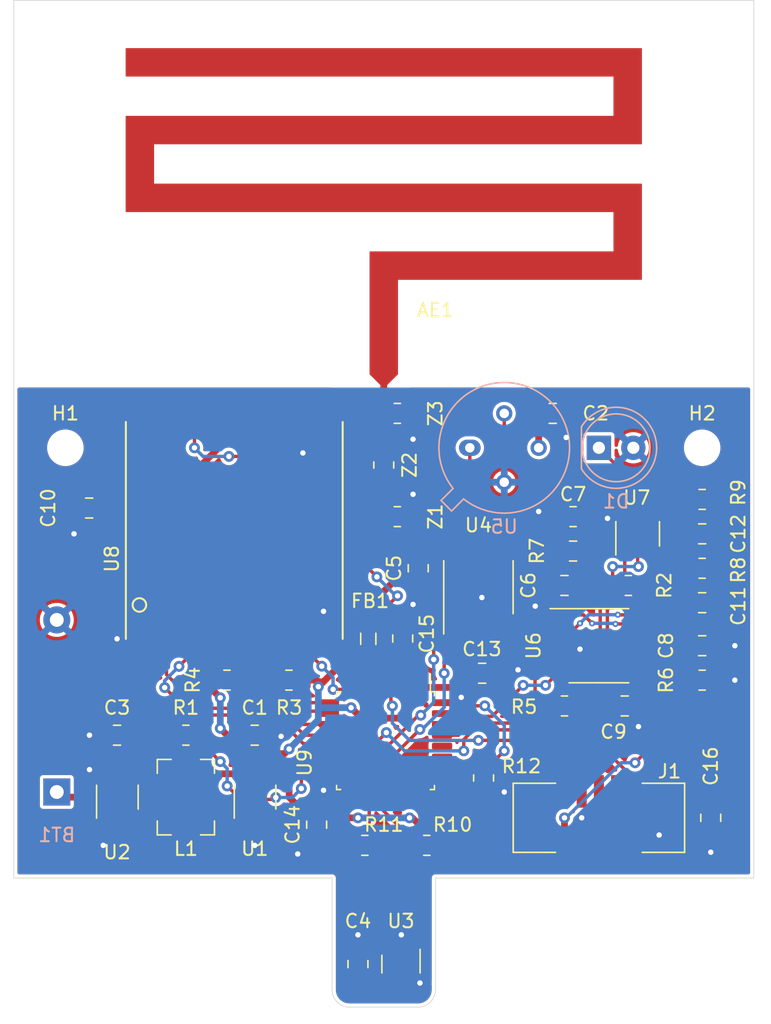
<source format=kicad_pcb>
(kicad_pcb (version 20171130) (host pcbnew "(5.1.7-0-10_14)")
  (layers (0 Front signal) (31 Back signal) (34 B.Paste user) (35 F.Paste user) (36 B.SilkS user) (37 F.SilkS user) (38 B.Mask user) (39 F.Mask user) (44 Edge.Cuts user))
  (net 0 "")
  (net 1 GND)
  (net 2 "Net-(BT1-Pad1)")
  (net 3 "Net-(C11-Pad1)")
  (net 4 +3.3VA)
  (net 5 +3V3)
  (net 6 NRST)
  (net 7 SWDIO)
  (net 8 SWCLK)
  (net 9 VIN_SENSE)
  (net 10 "Net-(L1-Pad1)")
  (net 11 "Net-(R1-Pad2)")
  (net 12 SCL)
  (net 13 SDA)
  (net 14 "Net-(C11-Pad2)")
  (net 15 "Net-(C12-Pad2)")
  (net 16 "Net-(U6-Pad13)")
  (net 17 PHOTO_SWITCH)
  (net 18 PHOTO_ENABLE)
  (net 19 "Net-(R5-Pad2)")
  (net 20 "Net-(C7-Pad1)")
  (net 21 MISO)
  (net 22 MOSI)
  (net 23 SCK)
  (net 24 RFM95_NSS)
  (net 25 RFM95_NRST)
  (net 26 "Net-(U8-Pad9)")
  (net 27 "Net-(R12-Pad1)")
  (net 28 PHOTO_SENSE)
  (net 29 "Net-(AE1-Pad1)")
  (net 30 "Net-(J1-Pad6)")
  (net 31 "Net-(J1-Pad7)")
  (net 32 "Net-(J1-Pad8)")
  (net 33 "Net-(U1-Pad3)")
  (net 34 "Net-(U3-Pad3)")
  (net 35 "Net-(U3-Pad6)")
  (net 36 "Net-(U4-Pad7)")
  (net 37 "Net-(U6-Pad10)")
  (net 38 RFM95_DIO5)
  (net 39 "Net-(U8-Pad11)")
  (net 40 "Net-(U8-Pad12)")
  (net 41 RFM95_IRQ)
  (net 42 "Net-(U8-Pad15)")
  (net 43 "Net-(U8-Pad16)")
  (net 44 "Net-(U9-Pad2)")
  (net 45 "Net-(U9-Pad3)")
  (net 46 "Net-(U9-Pad6)")
  (net 47 "Net-(U9-Pad18)")
  (net 48 "Net-(U9-Pad21)")
  (net 49 "Net-(U9-Pad22)")
  (net 50 "Net-(U9-Pad25)")
  (net 51 "Net-(U9-Pad26)")
  (net 52 "Net-(U9-Pad27)")
  (net 53 /PHOTO_VCC)
  (net 54 "Net-(U9-Pad28)")
  (module Resistor_SMD:R_0805_2012Metric_Pad1.20x1.40mm_HandSolder (layer Front) (at 131.191 91.043 270)
    (fp_text reference R12 (at -0.873 -2.794) (layer F.SilkS))
    (fp_text value 10k)
    (pad 2 smd roundrect (at 1 0 270) (size 1.2 1.4) (layers Front F.Paste F.Mask) (roundrect_rratio 0.208333) (net 1 GND))
    (pad 1 smd roundrect (at -1 0 270) (size 1.2 1.4) (layers Front F.Paste F.Mask) (roundrect_rratio 0.208333) (net 27 "Net-(R12-Pad1)"))
  )
  (module Package_SO:TSSOP-16_4.4x5mm_P0.65mm (layer Front) (at 139.7 81.28)
    (fp_text reference U6 (at -4.826 0 270) (layer F.SilkS))
    (fp_text value ADG633YCP)
    (pad 16 smd roundrect (at 2.8625 -2.275) (size 1.475 0.4) (layers Front F.Paste F.Mask) (net 14 "Net-(C11-Pad2)"))
    (pad 15 smd roundrect (at 2.8625 -1.625) (size 1.475 0.4) (layers Front F.Paste F.Mask) (net 15 "Net-(C12-Pad2)"))
    (pad 14 smd roundrect (at 2.8625 -0.975) (size 1.475 0.4) (layers Front F.Paste F.Mask) (net 5 +3V3))
    (pad 13 smd roundrect (at 2.8625 -0.325) (size 1.475 0.4) (layers Front F.Paste F.Mask) (net 16 "Net-(U6-Pad13)"))
    (pad 12 smd roundrect (at 2.8625 0.325) (size 1.475 0.4) (layers Front F.Paste F.Mask) (net 5 +3V3))
    (pad 11 smd roundrect (at 2.8625 0.975) (size 1.475 0.4) (layers Front F.Paste F.Mask) (net 53 /PHOTO_VCC))
    (pad 10 smd roundrect (at 2.8625 1.625) (size 1.475 0.4) (layers Front F.Paste F.Mask) (net 37 "Net-(U6-Pad10)"))
    (pad 9 smd roundrect (at 2.8625 2.275) (size 1.475 0.4) (layers Front F.Paste F.Mask) (net 18 PHOTO_ENABLE))
    (pad 8 smd roundrect (at -2.8625 2.275) (size 1.475 0.4) (layers Front F.Paste F.Mask) (net 17 PHOTO_SWITCH))
    (pad 7 smd roundrect (at -2.8625 1.625) (size 1.475 0.4) (layers Front F.Paste F.Mask) (net 17 PHOTO_SWITCH))
    (pad 6 smd roundrect (at -2.8625 0.975) (size 1.475 0.4) (layers Front F.Paste F.Mask) (net 1 GND))
    (pad 5 smd roundrect (at -2.8625 0.325) (size 1.475 0.4) (layers Front F.Paste F.Mask) (net 1 GND))
    (pad 4 smd roundrect (at -2.8625 -0.325) (size 1.475 0.4) (layers Front F.Paste F.Mask) (net 1 GND))
    (pad 3 smd roundrect (at -2.8625 -0.975) (size 1.475 0.4) (layers Front F.Paste F.Mask) (net 14 "Net-(C11-Pad2)"))
    (pad 2 smd roundrect (at -2.8625 -1.625) (size 1.475 0.4) (layers Front F.Paste F.Mask) (net 19 "Net-(R5-Pad2)"))
    (pad 1 smd roundrect (at -2.8625 -2.275) (size 1.475 0.4) (layers Front F.Paste F.Mask) (net 15 "Net-(C12-Pad2)"))
  )
  (module MountingHole:MountingHole_2.2mm_M2 (layer Front) (at 147.32 66.675)
    (fp_text reference H2 (at 0 -2.54) (layer F.SilkS))
    (fp_text value MountingHole)
    (pad 1 np_thru_hole circle (at 0 0) (size 2.2 2.2) (drill 2.2) (layers *.Cu *.Mask))
  )
  (module MountingHole:MountingHole_2.2mm_M2 (layer Front) (at 100.33 66.675)
    (fp_text reference H1 (at 0 -2.54) (layer F.SilkS))
    (fp_text value MountingHole)
    (pad 1 np_thru_hole circle (at 0 0) (size 2.2 2.2) (drill 2.2) (layers *.Cu *.Mask))
  )
  (module my-footprints-library:868MHZ_TI_DNO24 (layer Front) (at 123.825 62.23)
    (fp_text reference AE1 (at 3.81 -5.715) (layer F.SilkS))
    (fp_text value Antenna)
    (fp_poly (pts (xy 1 -1) (xy -1 -1) (xy -1 -10) (xy 1 -10)) (layer Front) (width 0.1))
    (fp_poly (pts (xy 0 0) (xy -1 -1) (xy 1 -1)) (layer Front) (width 0.1))
    (fp_poly (pts (xy 19 -8) (xy 1 -8) (xy 1 -10) (xy 19 -10)) (layer Front) (width 0.1))
    (fp_poly (pts (xy 19 -10) (xy 17 -10) (xy 17 -13) (xy 19 -13)) (layer Front) (width 0.1))
    (fp_poly (pts (xy -19 -13) (xy -19 -15) (xy 19 -15) (xy 19 -13)) (layer Front) (width 0.1))
    (fp_poly (pts (xy -17 -15) (xy -19 -15) (xy -19 -18) (xy -17 -18)) (layer Front) (width 0.1))
    (fp_poly (pts (xy 19 -20) (xy 17 -20) (xy 17 -23) (xy 19 -23)) (layer Front) (width 0.1))
    (fp_poly (pts (xy -19 -18) (xy -19 -20) (xy 19 -20) (xy 19 -18)) (layer Front) (width 0.1))
    (fp_poly (pts (xy -19 -23) (xy -19 -25) (xy 19 -25) (xy 19 -23)) (layer Front) (width 0.1))
    (pad 1 smd rect (at 0 0) (size 0.5 0.5) (layers Front) (net 29 "Net-(AE1-Pad1)"))
  )
  (module Package_SO:SOIC-8_3.9x4.9mm_P1.27mm (layer Front) (at 130.81 76.962 90)
    (fp_text reference U4 (at 4.572 0 180) (layer F.SilkS))
    (fp_text value 24LC32)
    (pad 8 smd roundrect (at 2.475 -1.905 90) (size 1.95 0.6) (layers Front F.Paste F.Mask) (net 5 +3V3))
    (pad 7 smd roundrect (at 2.475 -0.635 90) (size 1.95 0.6) (layers Front F.Paste F.Mask) (net 36 "Net-(U4-Pad7)"))
    (pad 6 smd roundrect (at 2.475 0.635 90) (size 1.95 0.6) (layers Front F.Paste F.Mask) (net 12 SCL))
    (pad 5 smd roundrect (at 2.475 1.905 90) (size 1.95 0.6) (layers Front F.Paste F.Mask) (net 13 SDA))
    (pad 4 smd roundrect (at -2.475 1.905 90) (size 1.95 0.6) (layers Front F.Paste F.Mask) (net 1 GND))
    (pad 3 smd roundrect (at -2.475 0.635 90) (size 1.95 0.6) (layers Front F.Paste F.Mask) (net 1 GND))
    (pad 2 smd roundrect (at -2.475 -0.635 90) (size 1.95 0.6) (layers Front F.Paste F.Mask) (net 1 GND))
    (pad 1 smd roundrect (at -2.475 -1.905 90) (size 1.95 0.6) (layers Front F.Paste F.Mask) (net 1 GND))
  )
  (module Sensor_Humidity:Sensirion_DFN-8-1EP_2.5x2.5mm_P0.5mm_EP1.1x1.7mm (layer Front) (at 125.095 104.775 270)
    (fp_text reference U3 (at -3.175 0 180) (layer F.SilkS))
    (fp_text value SHT31-DIS)
    (pad 1 smd rect (at -1.175 -0.75 270) (size 0.55 0.25) (layers Front F.Paste F.Mask) (net 13 SDA))
    (pad 2 smd rect (at -1.175 -0.25 270) (size 0.55 0.25) (layers Front F.Paste F.Mask) (net 1 GND))
    (pad 3 smd rect (at -1.175 0.25 270) (size 0.55 0.25) (layers Front F.Paste F.Mask) (net 34 "Net-(U3-Pad3)"))
    (pad 4 smd rect (at -1.175 0.75 90) (size 0.55 0.25) (layers Front F.Paste F.Mask) (net 12 SCL))
    (pad 5 smd rect (at 1.175 0.75 270) (size 0.55 0.25) (layers Front F.Paste F.Mask) (net 5 +3V3))
    (pad 6 smd rect (at 1.175 0.25 270) (size 0.55 0.25) (layers Front F.Paste F.Mask) (net 35 "Net-(U3-Pad6)"))
    (pad 7 smd rect (at 1.175 -0.25 270) (size 0.55 0.25) (layers Front F.Paste F.Mask) (net 1 GND))
    (pad 8 smd rect (at 1.175 -0.75 270) (size 0.55 0.25) (layers Front F.Paste F.Mask) (net 1 GND))
    (pad 9 smd custom (at 0 0 270) (size 1 1) (layers Front F.Mask) (net 1 GND) (options (clearance outline) (anchor circle)) (primitives (gr_poly (pts (xy 0.5 0.85) (xy -0.5 0.85) (xy -0.5 -0.55) (xy -0.2 -0.85) (xy 0.5 -0.85)) (width 0))))
  )
  (module Resistor_SMD:R_0805_2012Metric_Pad1.20x1.40mm_HandSolder (layer Front) (at 124.825 64.135)
    (fp_text reference Z3 (at 2.81 0 90) (layer F.SilkS))
    (fp_text value Z)
    (pad 2 smd roundrect (at 1 0) (size 1.2 1.4) (layers Front F.Paste F.Mask) (roundrect_rratio 0.208333) (net 1 GND))
    (pad 1 smd roundrect (at -1 0) (size 1.2 1.4) (layers Front F.Paste F.Mask) (roundrect_rratio 0.208333) (net 29 "Net-(AE1-Pad1)"))
  )
  (module Resistor_SMD:R_0805_2012Metric_Pad1.20x1.40mm_HandSolder (layer Front) (at 123.825 67.945 90)
    (fp_text reference Z2 (at 0 1.905 90) (layer F.SilkS))
    (fp_text value Z)
    (pad 2 smd roundrect (at 1 0 90) (size 1.2 1.4) (layers Front F.Paste F.Mask) (roundrect_rratio 0.208333) (net 29 "Net-(AE1-Pad1)"))
    (pad 1 smd roundrect (at -1 0 90) (size 1.2 1.4) (layers Front F.Paste F.Mask) (roundrect_rratio 0.208333) (net 26 "Net-(U8-Pad9)"))
  )
  (module Resistor_SMD:R_0805_2012Metric_Pad1.20x1.40mm_HandSolder (layer Front) (at 124.825 71.755 180)
    (fp_text reference Z1 (at -2.81 0 90) (layer F.SilkS))
    (fp_text value Z)
    (pad 2 smd roundrect (at 1 0 180) (size 1.2 1.4) (layers Front F.Paste F.Mask) (roundrect_rratio 0.208333) (net 26 "Net-(U8-Pad9)"))
    (pad 1 smd roundrect (at -1 0 180) (size 1.2 1.4) (layers Front F.Paste F.Mask) (roundrect_rratio 0.208333) (net 1 GND))
  )
  (module Resistor_SMD:R_0805_2012Metric_Pad1.20x1.40mm_HandSolder (layer Front) (at 122.428 96.012)
    (fp_text reference R11 (at 1.397 -1.524) (layer F.SilkS))
    (fp_text value 4.7k)
    (pad 2 smd roundrect (at 1 0) (size 1.2 1.4) (layers Front F.Paste F.Mask) (roundrect_rratio 0.208333) (net 12 SCL))
    (pad 1 smd roundrect (at -1 0) (size 1.2 1.4) (layers Front F.Paste F.Mask) (roundrect_rratio 0.208333) (net 5 +3V3))
  )
  (module Resistor_SMD:R_0805_2012Metric_Pad1.20x1.40mm_HandSolder (layer Front) (at 127 96.012 180)
    (fp_text reference R10 (at -1.905 1.524) (layer F.SilkS))
    (fp_text value 4.7k)
    (pad 2 smd roundrect (at 1 0 180) (size 1.2 1.4) (layers Front F.Paste F.Mask) (roundrect_rratio 0.208333) (net 13 SDA))
    (pad 1 smd roundrect (at -1 0 180) (size 1.2 1.4) (layers Front F.Paste F.Mask) (roundrect_rratio 0.208333) (net 5 +3V3))
  )
  (module Resistor_SMD:R_0805_2012Metric_Pad1.20x1.40mm_HandSolder (layer Front) (at 147.32 70.485)
    (fp_text reference R9 (at 2.667 -0.508 270) (layer F.SilkS))
    (fp_text value 33k)
    (pad 2 smd roundrect (at 1 0) (size 1.2 1.4) (layers Front F.Paste F.Mask) (roundrect_rratio 0.208333) (net 15 "Net-(C12-Pad2)"))
    (pad 1 smd roundrect (at -1 0) (size 1.2 1.4) (layers Front F.Paste F.Mask) (roundrect_rratio 0.208333) (net 3 "Net-(C11-Pad1)"))
  )
  (module Resistor_SMD:R_0805_2012Metric_Pad1.20x1.40mm_HandSolder (layer Front) (at 147.32 75.565)
    (fp_text reference R8 (at 2.667 0.127 90) (layer F.SilkS))
    (fp_text value 1M)
    (pad 2 smd roundrect (at 1 0) (size 1.2 1.4) (layers Front F.Paste F.Mask) (roundrect_rratio 0.208333) (net 14 "Net-(C11-Pad2)"))
    (pad 1 smd roundrect (at -1 0) (size 1.2 1.4) (layers Front F.Paste F.Mask) (roundrect_rratio 0.208333) (net 3 "Net-(C11-Pad1)"))
  )
  (module Resistor_SMD:R_0805_2012Metric_Pad1.20x1.40mm_HandSolder (layer Front) (at 137.795 71.755)
    (fp_text reference R7 (at -2.667 2.54 90) (layer F.SilkS))
    (fp_text value 10k)
    (pad 2 smd roundrect (at 1 0) (size 1.2 1.4) (layers Front F.Paste F.Mask) (roundrect_rratio 0.208333) (net 20 "Net-(C7-Pad1)"))
    (pad 1 smd roundrect (at -1 0) (size 1.2 1.4) (layers Front F.Paste F.Mask) (roundrect_rratio 0.208333) (net 1 GND))
  )
  (module Resistor_SMD:R_0805_2012Metric_Pad1.20x1.40mm_HandSolder (layer Front) (at 147.32 83.82 180)
    (fp_text reference R6 (at 2.667 0 90) (layer F.SilkS))
    (fp_text value 50k)
    (pad 2 smd roundrect (at 1 0 180) (size 1.2 1.4) (layers Front F.Paste F.Mask) (roundrect_rratio 0.208333) (net 18 PHOTO_ENABLE))
    (pad 1 smd roundrect (at -1 0 180) (size 1.2 1.4) (layers Front F.Paste F.Mask) (roundrect_rratio 0.208333) (net 1 GND))
  )
  (module Resistor_SMD:R_0805_2012Metric_Pad1.20x1.40mm_HandSolder (layer Front) (at 137.16 85.725 180)
    (fp_text reference R5 (at 2.9845 -0.0635) (layer F.SilkS))
    (fp_text value 10k)
    (pad 2 smd roundrect (at 1 0 180) (size 1.2 1.4) (layers Front F.Paste F.Mask) (roundrect_rratio 0.208333) (net 19 "Net-(R5-Pad2)"))
    (pad 1 smd roundrect (at -1 0 180) (size 1.2 1.4) (layers Front F.Paste F.Mask) (roundrect_rratio 0.208333) (net 28 PHOTO_SENSE))
  )
  (module Resistor_SMD:R_0805_2012Metric_Pad1.20x1.40mm_HandSolder (layer Front) (at 112.252 83.82)
    (fp_text reference R4 (at -2.524 0 270) (layer F.SilkS))
    (fp_text value 100k)
    (pad 2 smd roundrect (at 1 0) (size 1.2 1.4) (layers Front F.Paste F.Mask) (roundrect_rratio 0.208333) (net 24 RFM95_NSS))
    (pad 1 smd roundrect (at -1 0) (size 1.2 1.4) (layers Front F.Paste F.Mask) (roundrect_rratio 0.208333) (net 5 +3V3))
  )
  (module Resistor_SMD:R_0805_2012Metric_Pad1.20x1.40mm_HandSolder (layer Front) (at 116.824 83.82 180)
    (fp_text reference R3 (at -0.016 -2.032) (layer F.SilkS))
    (fp_text value 100k)
    (pad 2 smd roundrect (at 1 0 180) (size 1.2 1.4) (layers Front F.Paste F.Mask) (roundrect_rratio 0.208333) (net 25 RFM95_NRST))
    (pad 1 smd roundrect (at -1 0 180) (size 1.2 1.4) (layers Front F.Paste F.Mask) (roundrect_rratio 0.208333) (net 5 +3V3))
  )
  (module Resistor_SMD:R_0805_2012Metric_Pad1.20x1.40mm_HandSolder (layer Front) (at 141.875 76.835 180)
    (fp_text reference R2 (at -2.651 0 90) (layer F.SilkS))
    (fp_text value 330k)
    (pad 2 smd roundrect (at 1 0 180) (size 1.2 1.4) (layers Front F.Paste F.Mask) (roundrect_rratio 0.208333) (net 53 /PHOTO_VCC))
    (pad 1 smd roundrect (at -1 0 180) (size 1.2 1.4) (layers Front F.Paste F.Mask) (roundrect_rratio 0.208333) (net 20 "Net-(C7-Pad1)"))
  )
  (module Resistor_SMD:R_0805_2012Metric_Pad1.20x1.40mm_HandSolder (layer Front) (at 109.22 87.884)
    (fp_text reference R1 (at 0 -2.032) (layer F.SilkS))
    (fp_text value 1M)
    (pad 2 smd roundrect (at 1 0) (size 1.2 1.4) (layers Front F.Paste F.Mask) (roundrect_rratio 0.208333) (net 11 "Net-(R1-Pad2)"))
    (pad 1 smd roundrect (at -1 0) (size 1.2 1.4) (layers Front F.Paste F.Mask) (roundrect_rratio 0.208333) (net 9 VIN_SENSE))
  )
  (module Capacitor_SMD:C_0805_2012Metric_Pad1.18x1.45mm_HandSolder (layer Front) (at 147.955 93.98 270)
    (fp_text reference C16 (at -3.81 0 90) (layer F.SilkS))
    (fp_text value 100nF)
    (pad 2 smd roundrect (at 1.0375 0 270) (size 1.175 1.45) (layers Front F.Paste F.Mask) (roundrect_rratio 0.212766) (net 1 GND))
    (pad 1 smd roundrect (at -1.0375 0 270) (size 1.175 1.45) (layers Front F.Paste F.Mask) (roundrect_rratio 0.212766) (net 6 NRST))
  )
  (module Capacitor_SMD:C_0805_2012Metric_Pad1.18x1.45mm_HandSolder (layer Front) (at 125.222 80.7505 90)
    (fp_text reference C15 (at 0.3595 1.778 270) (layer F.SilkS))
    (fp_text value 100nF)
    (pad 2 smd roundrect (at 1.0375 0 90) (size 1.175 1.45) (layers Front F.Paste F.Mask) (roundrect_rratio 0.212766) (net 1 GND))
    (pad 1 smd roundrect (at -1.0375 0 90) (size 1.175 1.45) (layers Front F.Paste F.Mask) (roundrect_rratio 0.212766) (net 4 +3.3VA))
  )
  (module Capacitor_SMD:C_0805_2012Metric_Pad1.18x1.45mm_HandSolder (layer Front) (at 118.872 94.488 270)
    (fp_text reference C14 (at 0 1.778 90) (layer F.SilkS))
    (fp_text value 100nF)
    (pad 2 smd roundrect (at 1.0375 0 270) (size 1.175 1.45) (layers Front F.Paste F.Mask) (roundrect_rratio 0.212766) (net 1 GND))
    (pad 1 smd roundrect (at -1.0375 0 270) (size 1.175 1.45) (layers Front F.Paste F.Mask) (roundrect_rratio 0.212766) (net 5 +3V3))
  )
  (module Capacitor_SMD:C_0805_2012Metric_Pad1.18x1.45mm_HandSolder (layer Front) (at 131.0855 83.312)
    (fp_text reference C13 (at -0.0215 -1.778) (layer F.SilkS))
    (fp_text value 100nF)
    (pad 2 smd roundrect (at 1.0375 0) (size 1.175 1.45) (layers Front F.Paste F.Mask) (roundrect_rratio 0.212766) (net 1 GND))
    (pad 1 smd roundrect (at -1.0375 0) (size 1.175 1.45) (layers Front F.Paste F.Mask) (roundrect_rratio 0.212766) (net 5 +3V3))
  )
  (module Capacitor_SMD:C_0805_2012Metric_Pad1.18x1.45mm_HandSolder (layer Front) (at 147.32 73.025)
    (fp_text reference C12 (at 2.667 0 270) (layer F.SilkS))
    (fp_text value 15pF)
    (pad 2 smd roundrect (at 1.0375 0) (size 1.175 1.45) (layers Front F.Paste F.Mask) (roundrect_rratio 0.212766) (net 15 "Net-(C12-Pad2)"))
    (pad 1 smd roundrect (at -1.0375 0) (size 1.175 1.45) (layers Front F.Paste F.Mask) (roundrect_rratio 0.212766) (net 3 "Net-(C11-Pad1)"))
  )
  (module Capacitor_SMD:C_0805_2012Metric_Pad1.18x1.45mm_HandSolder (layer Front) (at 147.32 78.105)
    (fp_text reference C11 (at 2.667 0.254 270) (layer F.SilkS))
    (fp_text value 4.7pF)
    (pad 2 smd roundrect (at 1.0375 0) (size 1.175 1.45) (layers Front F.Paste F.Mask) (roundrect_rratio 0.212766) (net 14 "Net-(C11-Pad2)"))
    (pad 1 smd roundrect (at -1.0375 0) (size 1.175 1.45) (layers Front F.Paste F.Mask) (roundrect_rratio 0.212766) (net 3 "Net-(C11-Pad1)"))
  )
  (module Capacitor_SMD:C_0805_2012Metric_Pad1.18x1.45mm_HandSolder (layer Front) (at 102.0865 71.12 180)
    (fp_text reference C10 (at 3.0265 0 90) (layer F.SilkS))
    (fp_text value 100nF)
    (pad 2 smd roundrect (at 1.0375 0 180) (size 1.175 1.45) (layers Front F.Paste F.Mask) (roundrect_rratio 0.212766) (net 1 GND))
    (pad 1 smd roundrect (at -1.0375 0 180) (size 1.175 1.45) (layers Front F.Paste F.Mask) (roundrect_rratio 0.212766) (net 5 +3V3))
  )
  (module Capacitor_SMD:C_0805_2012Metric_Pad1.18x1.45mm_HandSolder (layer Front) (at 141.605 85.725)
    (fp_text reference C9 (at -0.8255 1.905) (layer F.SilkS))
    (fp_text value 100nF)
    (pad 2 smd roundrect (at 1.0375 0) (size 1.175 1.45) (layers Front F.Paste F.Mask) (roundrect_rratio 0.212766) (net 1 GND))
    (pad 1 smd roundrect (at -1.0375 0) (size 1.175 1.45) (layers Front F.Paste F.Mask) (roundrect_rratio 0.212766) (net 28 PHOTO_SENSE))
  )
  (module Capacitor_SMD:C_0805_2012Metric_Pad1.18x1.45mm_HandSolder (layer Front) (at 147.32 81.28)
    (fp_text reference C8 (at -2.667 0 270) (layer F.SilkS))
    (fp_text value 100nF)
    (pad 2 smd roundrect (at 1.0375 0) (size 1.175 1.45) (layers Front F.Paste F.Mask) (roundrect_rratio 0.212766) (net 1 GND))
    (pad 1 smd roundrect (at -1.0375 0) (size 1.175 1.45) (layers Front F.Paste F.Mask) (roundrect_rratio 0.212766) (net 5 +3V3))
  )
  (module Capacitor_SMD:C_0805_2012Metric_Pad1.18x1.45mm_HandSolder (layer Front) (at 137.795 74.295 180)
    (fp_text reference C7 (at 0 4.191) (layer F.SilkS))
    (fp_text value 100nF)
    (pad 2 smd roundrect (at 1.0375 0 180) (size 1.175 1.45) (layers Front F.Paste F.Mask) (roundrect_rratio 0.212766) (net 1 GND))
    (pad 1 smd roundrect (at -1.0375 0 180) (size 1.175 1.45) (layers Front F.Paste F.Mask) (roundrect_rratio 0.212766) (net 20 "Net-(C7-Pad1)"))
  )
  (module Capacitor_SMD:C_0805_2012Metric_Pad1.18x1.45mm_HandSolder (layer Front) (at 137.16 76.835 180)
    (fp_text reference C6 (at 2.667 0 90) (layer F.SilkS))
    (fp_text value 100nF)
    (pad 2 smd roundrect (at 1.0375 0 180) (size 1.175 1.45) (layers Front F.Paste F.Mask) (roundrect_rratio 0.212766) (net 1 GND))
    (pad 1 smd roundrect (at -1.0375 0 180) (size 1.175 1.45) (layers Front F.Paste F.Mask) (roundrect_rratio 0.212766) (net 53 /PHOTO_VCC))
  )
  (module Capacitor_SMD:C_0805_2012Metric_Pad1.18x1.45mm_HandSolder (layer Front) (at 126.365 75.565 270)
    (fp_text reference C5 (at 0 1.778 90) (layer F.SilkS))
    (fp_text value 100nF)
    (pad 2 smd roundrect (at 1.0375 0 270) (size 1.175 1.45) (layers Front F.Paste F.Mask) (roundrect_rratio 0.212766) (net 1 GND))
    (pad 1 smd roundrect (at -1.0375 0 270) (size 1.175 1.45) (layers Front F.Paste F.Mask) (roundrect_rratio 0.212766) (net 5 +3V3))
  )
  (module Capacitor_SMD:C_0805_2012Metric_Pad1.18x1.45mm_HandSolder (layer Front) (at 121.92 104.775 90)
    (fp_text reference C4 (at 3.175 0 180) (layer F.SilkS))
    (fp_text value 100nF)
    (pad 2 smd roundrect (at 1.0375 0 90) (size 1.175 1.45) (layers Front F.Paste F.Mask) (roundrect_rratio 0.212766) (net 1 GND))
    (pad 1 smd roundrect (at -1.0375 0 90) (size 1.175 1.45) (layers Front F.Paste F.Mask) (roundrect_rratio 0.212766) (net 5 +3V3))
  )
  (module Capacitor_SMD:C_0805_2012Metric_Pad1.18x1.45mm_HandSolder (layer Front) (at 104.14 87.884 180)
    (fp_text reference C3 (at 0 2.032) (layer F.SilkS))
    (fp_text value 4.7uF)
    (pad 2 smd roundrect (at 1.0375 0 180) (size 1.175 1.45) (layers Front F.Paste F.Mask) (roundrect_rratio 0.212766) (net 1 GND))
    (pad 1 smd roundrect (at -1.0375 0 180) (size 1.175 1.45) (layers Front F.Paste F.Mask) (roundrect_rratio 0.212766) (net 9 VIN_SENSE))
  )
  (module Capacitor_SMD:C_0805_2012Metric_Pad1.18x1.45mm_HandSolder (layer Front) (at 136.2925 64.135)
    (fp_text reference C2 (at 3.175 0) (layer F.SilkS))
    (fp_text value 100nF)
    (pad 2 smd roundrect (at 1.0375 0) (size 1.175 1.45) (layers Front F.Paste F.Mask) (roundrect_rratio 0.212766) (net 1 GND))
    (pad 1 smd roundrect (at -1.0375 0) (size 1.175 1.45) (layers Front F.Paste F.Mask) (roundrect_rratio 0.212766) (net 5 +3V3))
  )
  (module Capacitor_SMD:C_0805_2012Metric_Pad1.18x1.45mm_HandSolder (layer Front) (at 114.3 87.884)
    (fp_text reference C1 (at 0 -2.032) (layer F.SilkS))
    (fp_text value 4.7uF)
    (pad 2 smd roundrect (at 1.0375 0) (size 1.175 1.45) (layers Front F.Paste F.Mask) (roundrect_rratio 0.212766) (net 1 GND))
    (pad 1 smd roundrect (at -1.0375 0) (size 1.175 1.45) (layers Front F.Paste F.Mask) (roundrect_rratio 0.212766) (net 5 +3V3))
  )
  (module Package_QFP:LQFP-32_7x7mm_P0.8mm (layer Front) (at 123.952 88.284 270)
    (fp_text reference U9 (at 1.632 5.969 270) (layer F.SilkS))
    (fp_text value STM32L412KB)
    (pad 1 smd roundrect (at -4.175 -2.8 270) (size 1.5 0.5) (layers Front F.Paste F.Mask) (net 5 +3V3))
    (pad 2 smd roundrect (at -4.175 -2 270) (size 1.5 0.5) (layers Front F.Paste F.Mask) (net 44 "Net-(U9-Pad2)"))
    (pad 3 smd roundrect (at -4.175 -1.2 270) (size 1.5 0.5) (layers Front F.Paste F.Mask) (net 45 "Net-(U9-Pad3)"))
    (pad 4 smd roundrect (at -4.175 -0.4 270) (size 1.5 0.5) (layers Front F.Paste F.Mask) (net 6 NRST))
    (pad 5 smd roundrect (at -4.175 0.4 270) (size 1.5 0.5) (layers Front F.Paste F.Mask) (net 4 +3.3VA))
    (pad 6 smd roundrect (at -4.175 1.2 270) (size 1.5 0.5) (layers Front F.Paste F.Mask) (net 46 "Net-(U9-Pad6)"))
    (pad 7 smd roundrect (at -4.175 2 270) (size 1.5 0.5) (layers Front F.Paste F.Mask) (net 41 RFM95_IRQ))
    (pad 8 smd roundrect (at -4.175 2.8 270) (size 1.5 0.5) (layers Front F.Paste F.Mask) (net 38 RFM95_DIO5))
    (pad 9 smd roundrect (at -2.8 4.175 270) (size 0.5 1.5) (layers Front F.Paste F.Mask) (net 25 RFM95_NRST))
    (pad 10 smd roundrect (at -2 4.175 270) (size 0.5 1.5) (layers Front F.Paste F.Mask) (net 24 RFM95_NSS))
    (pad 11 smd roundrect (at -1.2 4.175 270) (size 0.5 1.5) (layers Front F.Paste F.Mask) (net 23 SCK))
    (pad 12 smd roundrect (at -0.4 4.175 270) (size 0.5 1.5) (layers Front F.Paste F.Mask) (net 21 MISO))
    (pad 13 smd roundrect (at 0.4 4.175 270) (size 0.5 1.5) (layers Front F.Paste F.Mask) (net 22 MOSI))
    (pad 14 smd roundrect (at 1.2 4.175 270) (size 0.5 1.5) (layers Front F.Paste F.Mask) (net 9 VIN_SENSE))
    (pad 15 smd roundrect (at 2 4.175 270) (size 0.5 1.5) (layers Front F.Paste F.Mask) (net 28 PHOTO_SENSE))
    (pad 16 smd roundrect (at 2.8 4.175 270) (size 0.5 1.5) (layers Front F.Paste F.Mask) (net 1 GND))
    (pad 17 smd roundrect (at 4.175 2.8 270) (size 1.5 0.5) (layers Front F.Paste F.Mask) (net 5 +3V3))
    (pad 18 smd roundrect (at 4.175 2 270) (size 1.5 0.5) (layers Front F.Paste F.Mask) (net 47 "Net-(U9-Pad18)"))
    (pad 19 smd roundrect (at 4.175 1.2 270) (size 1.5 0.5) (layers Front F.Paste F.Mask) (net 12 SCL))
    (pad 20 smd roundrect (at 4.175 0.4 270) (size 1.5 0.5) (layers Front F.Paste F.Mask) (net 13 SDA))
    (pad 21 smd roundrect (at 4.175 -0.4 270) (size 1.5 0.5) (layers Front F.Paste F.Mask) (net 48 "Net-(U9-Pad21)"))
    (pad 22 smd roundrect (at 4.175 -1.2 270) (size 1.5 0.5) (layers Front F.Paste F.Mask) (net 49 "Net-(U9-Pad22)"))
    (pad 23 smd roundrect (at 4.175 -2 270) (size 1.5 0.5) (layers Front F.Paste F.Mask) (net 7 SWDIO))
    (pad 24 smd roundrect (at 4.175 -2.8 270) (size 1.5 0.5) (layers Front F.Paste F.Mask) (net 8 SWCLK))
    (pad 25 smd roundrect (at 2.8 -4.175 270) (size 0.5 1.5) (layers Front F.Paste F.Mask) (net 50 "Net-(U9-Pad25)"))
    (pad 26 smd roundrect (at 2 -4.175 270) (size 0.5 1.5) (layers Front F.Paste F.Mask) (net 51 "Net-(U9-Pad26)"))
    (pad 27 smd roundrect (at 1.2 -4.175 270) (size 0.5 1.5) (layers Front F.Paste F.Mask) (net 52 "Net-(U9-Pad27)"))
    (pad 28 smd roundrect (at 0.4 -4.175 270) (size 0.5 1.5) (layers Front F.Paste F.Mask) (net 54 "Net-(U9-Pad28)"))
    (pad 29 smd roundrect (at -0.4 -4.175 270) (size 0.5 1.5) (layers Front F.Paste F.Mask) (net 18 PHOTO_ENABLE))
    (pad 30 smd roundrect (at -1.2 -4.175 270) (size 0.5 1.5) (layers Front F.Paste F.Mask) (net 17 PHOTO_SWITCH))
    (pad 31 smd roundrect (at -2 -4.175 270) (size 0.5 1.5) (layers Front F.Paste F.Mask) (net 27 "Net-(R12-Pad1)"))
    (pad 32 smd roundrect (at -2.8 -4.175 270) (size 0.5 1.5) (layers Front F.Paste F.Mask) (net 1 GND))
  )
  (module my-footprints-library:RFM95W (layer Front) (at 112.792 72.772 90)
    (fp_text reference U8 (at -2.0945 -9.033 90) (layer F.SilkS))
    (fp_text value RFM95W)
    (pad 1 smd rect (at -8 -7 90) (size 2.5 1.2) (layers Front F.Paste F.Mask) (net 1 GND))
    (pad 2 smd rect (at -8 -5 90) (size 2.5 1.2) (layers Front F.Paste F.Mask) (net 21 MISO))
    (pad 3 smd rect (at -8 -3 90) (size 2.5 1.2) (layers Front F.Paste F.Mask) (net 22 MOSI))
    (pad 4 smd rect (at -8 -1 90) (size 2.5 1.2) (layers Front F.Paste F.Mask) (net 23 SCK))
    (pad 5 smd rect (at -8 1 90) (size 2.5 1.2) (layers Front F.Paste F.Mask) (net 24 RFM95_NSS))
    (pad 6 smd rect (at -8 3 90) (size 2.5 1.2) (layers Front F.Paste F.Mask) (net 25 RFM95_NRST))
    (pad 7 smd rect (at -8 5 90) (size 2.5 1.2) (layers Front F.Paste F.Mask) (net 38 RFM95_DIO5))
    (pad 8 smd rect (at -8 7 90) (size 2.5 1.2) (layers Front F.Paste F.Mask) (net 1 GND))
    (pad 9 smd rect (at 8 7 90) (size 2.5 1.2) (layers Front F.Paste F.Mask) (net 26 "Net-(U8-Pad9)"))
    (pad 10 smd rect (at 8 5 90) (size 2.5 1.2) (layers Front F.Paste F.Mask) (net 1 GND))
    (pad 11 smd rect (at 8 3 90) (size 2.5 1.2) (layers Front F.Paste F.Mask) (net 39 "Net-(U8-Pad11)"))
    (pad 12 smd rect (at 8 1 90) (size 2.5 1.2) (layers Front F.Paste F.Mask) (net 40 "Net-(U8-Pad12)"))
    (pad 13 smd rect (at 8 -1 90) (size 2.5 1.2) (layers Front F.Paste F.Mask) (net 5 +3V3))
    (pad 14 smd rect (at 8 -3 90) (size 2.5 1.2) (layers Front F.Paste F.Mask) (net 41 RFM95_IRQ))
    (pad 15 smd rect (at 8 -5 90) (size 2.5 1.2) (layers Front F.Paste F.Mask) (net 42 "Net-(U8-Pad15)"))
    (pad 16 smd rect (at 8 -7 90) (size 2.5 1.2) (layers Front F.Paste F.Mask) (net 43 "Net-(U8-Pad16)"))
  )
  (module Package_TO_SOT_SMD:SOT-23-5 (layer Front) (at 142.56 73.025 90)
    (fp_text reference U7 (at 2.667 -0.066 180) (layer F.SilkS))
    (fp_text value TSV911RILT)
    (pad 5 smd rect (at 1.1 -0.95 90) (size 1.06 0.65) (layers Front F.Paste F.Mask) (net 1 GND))
    (pad 4 smd rect (at 1.1 0.95 90) (size 1.06 0.65) (layers Front F.Paste F.Mask) (net 3 "Net-(C11-Pad1)"))
    (pad 3 smd rect (at -1.1 0.95 90) (size 1.06 0.65) (layers Front F.Paste F.Mask) (net 20 "Net-(C7-Pad1)"))
    (pad 2 smd rect (at -1.1 0 90) (size 1.06 0.65) (layers Front F.Paste F.Mask) (net 53 /PHOTO_VCC))
    (pad 1 smd rect (at -1.1 -0.95 90) (size 1.06 0.65) (layers Front F.Paste F.Mask) (net 16 "Net-(U6-Pad13)"))
  )
  (module my-footprints-library:TSD305 (layer Back) (at 130.175 66.675)
    (fp_text reference U5 (at 2.54 5.82) (layer B.SilkS) (effects (justify mirror)))
    (fp_text value TSD305)
    (pad 4 thru_hole oval (at 2.54 2.54) (size 1.2 1.2) (drill 0.7) (layers *.Cu *.Mask) (net 1 GND))
    (pad 3 thru_hole oval (at 5.08 0) (size 1.2 1.2) (drill 0.7) (layers *.Cu *.Mask) (net 5 +3V3))
    (pad 2 thru_hole oval (at 2.54 -2.54) (size 1.2 1.2) (drill 0.7) (layers *.Cu *.Mask) (net 13 SDA))
    (pad 1 thru_hole oval (at 0 0) (size 1.6 1.2) (drill 0.7) (layers *.Cu *.Mask) (net 12 SCL))
  )
  (module Package_TO_SOT_SMD:TSOT-23-6_HandSoldering (layer Front) (at 104.14 92.456 90)
    (fp_text reference U2 (at -4.064 0) (layer F.SilkS))
    (fp_text value TPS27081A)
    (pad 6 smd rect (at 1.71 -0.95 90) (size 2 0.65) (layers Front F.Paste F.Mask) (net 1 GND))
    (pad 5 smd rect (at 1.71 0 90) (size 2 0.65) (layers Front F.Paste F.Mask) (net 1 GND))
    (pad 4 smd rect (at 1.71 0.95 90) (size 2 0.65) (layers Front F.Paste F.Mask) (net 9 VIN_SENSE))
    (pad 3 smd rect (at -1.71 0.95 90) (size 2 0.65) (layers Front F.Paste F.Mask) (net 2 "Net-(BT1-Pad1)"))
    (pad 2 smd rect (at -1.71 0 90) (size 2 0.65) (layers Front F.Paste F.Mask) (net 2 "Net-(BT1-Pad1)"))
    (pad 1 smd rect (at -1.71 -0.95 90) (size 2 0.65) (layers Front F.Paste F.Mask) (net 1 GND))
  )
  (module Package_TO_SOT_SMD:TSOT-23-6_HandSoldering (layer Front) (at 114.3 92.456 90)
    (fp_text reference U1 (at -3.81 0 180) (layer F.SilkS))
    (fp_text value AAT1217)
    (pad 6 smd rect (at 1.71 -0.95 90) (size 2 0.65) (layers Front F.Paste F.Mask) (net 9 VIN_SENSE))
    (pad 5 smd rect (at 1.71 0 90) (size 2 0.65) (layers Front F.Paste F.Mask) (net 5 +3V3))
    (pad 4 smd rect (at 1.71 0.95 90) (size 2 0.65) (layers Front F.Paste F.Mask) (net 11 "Net-(R1-Pad2)"))
    (pad 3 smd rect (at -1.71 0.95 90) (size 2 0.65) (layers Front F.Paste F.Mask) (net 33 "Net-(U1-Pad3)"))
    (pad 2 smd rect (at -1.71 0 90) (size 2 0.65) (layers Front F.Paste F.Mask) (net 1 GND))
    (pad 1 smd rect (at -1.71 -0.95 90) (size 2 0.65) (layers Front F.Paste F.Mask) (net 10 "Net-(L1-Pad1)"))
  )
  (module my-footprints-library:L_Bourns-SRN4018_With3DModel (layer Front) (at 109.22 92.456 90)
    (fp_text reference L1 (at -3.81 0 180) (layer F.SilkS))
    (fp_text value 4.7uH)
    (pad 2 smd rect (at 1.725 0 90) (size 1.9 3.6) (layers Front F.Paste F.Mask) (net 9 VIN_SENSE))
    (pad 1 smd rect (at -1.725 0 90) (size 1.9 3.6) (layers Front F.Paste F.Mask) (net 10 "Net-(L1-Pad1)"))
  )
  (module my-footprints-library:Amphenol_FCI_ShroudedSocket_2x05_P1.27mm_Vertical_SMD (layer Front) (at 139.7 93.98)
    (fp_text reference J1 (at 5.207 -3.429) (layer F.SilkS))
    (fp_text value Conn_ARM_JTAG_SWD_10)
    (pad 1 smd rect (at -2.54 1.95 90) (size 2.4 0.74) (layers Front F.Paste F.Mask) (net 5 +3V3))
    (pad 5 smd rect (at 0 1.95 90) (size 2.4 0.74) (layers Front F.Paste F.Mask) (net 1 GND))
    (pad 6 smd rect (at 0 -1.95 90) (size 2.4 0.74) (layers Front F.Paste F.Mask) (net 30 "Net-(J1-Pad6)"))
    (pad 7 smd rect (at 1.27 1.95 90) (size 2.4 0.74) (layers Front F.Paste F.Mask) (net 31 "Net-(J1-Pad7)"))
    (pad 8 smd rect (at 1.27 -1.95 90) (size 2.4 0.74) (layers Front F.Paste F.Mask) (net 32 "Net-(J1-Pad8)"))
    (pad 9 smd rect (at 2.54 1.95 90) (size 2.4 0.74) (layers Front F.Paste F.Mask) (net 1 GND))
    (pad 10 smd rect (at 2.54 -1.95 90) (size 2.4 0.74) (layers Front F.Paste F.Mask) (net 6 NRST))
    (pad 2 smd rect (at -2.54 -1.95 90) (size 2.4 0.74) (layers Front F.Paste F.Mask) (net 7 SWDIO))
    (pad 3 smd rect (at -1.27 1.95 90) (size 2.4 0.74) (layers Front F.Paste F.Mask) (net 1 GND))
    (pad 4 smd rect (at -1.27 -1.95 90) (size 2.4 0.74) (layers Front F.Paste F.Mask) (net 8 SWCLK))
  )
  (module Inductor_SMD:L_0805_2012Metric_Pad1.05x1.20mm_HandSolder (layer Front) (at 122.682 80.772 270)
    (fp_text reference FB1 (at -2.794 -0.127) (layer F.SilkS))
    (fp_text value Ferrite_Bead_Small)
    (pad 2 smd roundrect (at 1.15 0 270) (size 1.05 1.2) (layers Front F.Paste F.Mask) (roundrect_rratio 0.238095) (net 4 +3.3VA))
    (pad 1 smd roundrect (at -1.15 0 270) (size 1.05 1.2) (layers Front F.Paste F.Mask) (roundrect_rratio 0.238095) (net 5 +3V3))
  )
  (module LED_THT:LED_D5.0mm_Clear (layer Back) (at 139.7 66.675)
    (fp_text reference D1 (at 1.27 3.96) (layer B.SilkS) (effects (justify mirror)))
    (fp_text value D_Photo)
    (pad 2 thru_hole circle (at 2.54 0) (size 1.8 1.8) (drill 0.9) (layers *.Cu *.Mask) (net 1 GND))
    (pad 1 thru_hole rect (at 0 0) (size 1.8 1.8) (drill 0.9) (layers *.Cu *.Mask) (net 3 "Net-(C11-Pad1)"))
  )
  (module my-footprints-library:BatteryHolder_Keystone_2468_2xAAA_NoSilkscreen (layer Back) (at 99.695 92.075)
    (fp_text reference BT1 (at 0 3.175 -180) (layer B.SilkS) (effects (justify mirror)))
    (fp_text value Battery)
    (pad 2 thru_hole circle (at 0 -12.7) (size 2 2) (drill 1.02) (layers *.Cu *.Mask) (net 1 GND))
    (pad 1 thru_hole rect (at 0 0) (size 2 2) (drill 1.02) (layers *.Cu *.Mask) (net 2 "Net-(BT1-Pad1)"))
  )
  (gr_arc (start 126.365 106.68) (end 126.365 107.95) (angle -90) (layer Edge.Cuts) (width 0.05))
  (gr_arc (start 121.285 106.68) (end 120.015 106.68) (angle -90) (layer Edge.Cuts) (width 0.05))
  (gr_line (start 127.635 98.425) (end 151.13 98.425) (layer Edge.Cuts) (width 0.05))
  (gr_line (start 127.635 106.68) (end 127.635 98.425) (layer Edge.Cuts) (width 0.05))
  (gr_line (start 121.285 107.95) (end 126.365 107.95) (layer Edge.Cuts) (width 0.05))
  (gr_line (start 120.015 98.425) (end 120.015 106.68) (layer Edge.Cuts) (width 0.05))
  (gr_line (start 96.52 98.425) (end 120.015 98.425) (layer Edge.Cuts) (width 0.05))
  (gr_line (start 151.13 98.425) (end 151.13 33.655) (layer Edge.Cuts) (width 0.05))
  (gr_line (start 96.52 33.655) (end 96.52 98.425) (layer Edge.Cuts) (width 0.05))
  (gr_line (start 96.52 33.655) (end 151.13 33.655) (layer Edge.Cuts) (width 0.05))
  (via (at 125.12 102.616) (size 0.8) (drill 0.4) (layers Front Back) (net 1))
  (segment (start 125.345 102.841) (end 125.12 102.616) (width 0.25) (layer Front) (net 1))
  (segment (start 125.345 103.6) (end 125.345 102.841) (width 0.25) (layer Front) (net 1))
  (segment (start 125.345 104.525) (end 125.095 104.775) (width 0.25) (layer Front) (net 1))
  (segment (start 125.345 103.6) (end 125.345 104.525) (width 0.25) (layer Front) (net 1))
  (via (at 121.92 102.616) (size 0.8) (drill 0.4) (layers Front Back) (net 1))
  (segment (start 121.92 103.7375) (end 121.92 102.616) (width 0.25) (layer Front) (net 1))
  (segment (start 125.345 105.025) (end 125.095 104.775) (width 0.25) (layer Front) (net 1))
  (segment (start 125.345 105.95) (end 125.345 105.025) (width 0.25) (layer Front) (net 1))
  (segment (start 125.845 105.95) (end 125.345 105.95) (width 0.25) (layer Front) (net 1))
  (via (at 126.492 106.172) (size 0.8) (drill 0.4) (layers Front Back) (net 1))
  (segment (start 126.27 105.95) (end 126.492 106.172) (width 0.25) (layer Front) (net 1))
  (segment (start 125.845 105.95) (end 126.27 105.95) (width 0.25) (layer Front) (net 1))
  (via (at 103.124 96.012) (size 0.8) (drill 0.4) (layers Front Back) (net 1))
  (segment (start 103.19 95.946) (end 103.124 96.012) (width 0.5) (layer Front) (net 1))
  (segment (start 103.19 94.166) (end 103.19 95.946) (width 0.5) (layer Front) (net 1))
  (segment (start 104.14 90.746) (end 103.19 90.746) (width 0.5) (layer Front) (net 1))
  (via (at 102.108 90.424) (size 0.8) (drill 0.4) (layers Front Back) (net 1))
  (segment (start 102.43 90.746) (end 102.108 90.424) (width 0.5) (layer Front) (net 1))
  (segment (start 103.19 90.746) (end 102.43 90.746) (width 0.5) (layer Front) (net 1))
  (via (at 102.108 87.884) (size 0.8) (drill 0.4) (layers Front Back) (net 1))
  (segment (start 103.1025 87.884) (end 102.108 87.884) (width 0.5) (layer Front) (net 1))
  (via (at 114.3 96.012) (size 0.8) (drill 0.4) (layers Front Back) (net 1))
  (segment (start 114.3 94.166) (end 114.3 96.012) (width 0.5) (layer Front) (net 1))
  (segment (start 128.905 79.437) (end 130.175 79.437) (width 0.5) (layer Front) (net 1))
  (segment (start 130.175 79.437) (end 131.445 79.437) (width 0.5) (layer Front) (net 1))
  (segment (start 131.445 79.437) (end 132.715 79.437) (width 0.5) (layer Front) (net 1))
  (via (at 131.064 77.724) (size 0.8) (drill 0.4) (layers Front Back) (net 1))
  (segment (start 131.445 78.105) (end 131.064 77.724) (width 0.5) (layer Front) (net 1))
  (segment (start 131.445 79.437) (end 131.445 78.105) (width 0.5) (layer Front) (net 1))
  (via (at 125.984 78.232) (size 0.8) (drill 0.4) (layers Front Back) (net 1))
  (segment (start 126.365 77.851) (end 125.984 78.232) (width 0.5) (layer Front) (net 1))
  (segment (start 126.365 76.6025) (end 126.365 77.851) (width 0.5) (layer Front) (net 1))
  (via (at 116.247312 87.968688) (size 0.8) (drill 0.4) (layers Front Back) (net 1))
  (segment (start 116.162624 87.884) (end 116.247312 87.968688) (width 0.5) (layer Front) (net 1))
  (segment (start 115.3375 87.884) (end 116.162624 87.884) (width 0.5) (layer Front) (net 1))
  (via (at 117.856 67.056) (size 0.8) (drill 0.4) (layers Front Back) (net 1))
  (segment (start 117.792 66.992) (end 117.856 67.056) (width 0.5) (layer Front) (net 1))
  (segment (start 117.792 64.772) (end 117.792 66.992) (width 0.5) (layer Front) (net 1))
  (via (at 104.14 80.772) (size 0.8) (drill 0.4) (layers Front Back) (net 1))
  (segment (start 105.792 80.772) (end 104.14 80.772) (width 0.5) (layer Front) (net 1))
  (via (at 119.38 91.948) (size 0.8) (drill 0.4) (layers Front Back) (net 1))
  (segment (start 119.777 91.551) (end 119.38 91.948) (width 0.5) (layer Front) (net 1))
  (segment (start 119.777 91.084) (end 119.777 91.551) (width 0.5) (layer Front) (net 1))
  (via (at 125.984 70.104) (size 0.8) (drill 0.4) (layers Front Back) (net 1))
  (segment (start 125.825 70.263) (end 125.984 70.104) (width 0.5) (layer Front) (net 1))
  (segment (start 125.825 71.755) (end 125.825 70.263) (width 0.5) (layer Front) (net 1))
  (via (at 125.984 66.04) (size 0.8) (drill 0.4) (layers Front Back) (net 1))
  (segment (start 125.825 65.881) (end 125.984 66.04) (width 0.5) (layer Front) (net 1))
  (segment (start 125.825 64.135) (end 125.825 65.881) (width 0.5) (layer Front) (net 1))
  (segment (start 101.049 72.941) (end 100.965 73.025) (width 0.5) (layer Front) (net 1))
  (via (at 100.965 73.025) (size 0.8) (drill 0.4) (layers Front Back) (net 1))
  (segment (start 101.049 71.12) (end 101.049 72.941) (width 0.5) (layer Front) (net 1))
  (via (at 119.38 78.74) (size 0.8) (drill 0.4) (layers Front Back) (net 1))
  (segment (start 119.792 79.152) (end 119.38 78.74) (width 0.5) (layer Front) (net 1))
  (segment (start 119.792 80.772) (end 119.792 79.152) (width 0.5) (layer Front) (net 1))
  (segment (start 139.7 95.93) (end 138.43 95.93) (width 0.5) (layer Front) (net 1))
  (via (at 144.145 95.25) (size 0.8) (drill 0.4) (layers Front Back) (net 1))
  (segment (start 143.465 95.93) (end 144.145 95.25) (width 0.5) (layer Front) (net 1))
  (segment (start 142.24 95.93) (end 143.465 95.93) (width 0.5) (layer Front) (net 1))
  (via (at 147.955 96.52) (size 0.8) (drill 0.4) (layers Front Back) (net 1))
  (segment (start 147.955 95.0175) (end 147.955 96.52) (width 0.5) (layer Front) (net 1))
  (via (at 138.43 93.98) (size 0.8) (drill 0.4) (layers Front Back) (net 1))
  (segment (start 138.43 95.93) (end 138.43 93.98) (width 0.5) (layer Front) (net 1))
  (via (at 129.54 85.09) (size 0.8) (drill 0.4) (layers Front Back) (net 1))
  (segment (start 129.146 85.484) (end 129.54 85.09) (width 0.5) (layer Front) (net 1))
  (segment (start 128.127 85.484) (end 129.146 85.484) (width 0.5) (layer Front) (net 1))
  (via (at 140.335 71.882) (size 0.8) (drill 0.4) (layers Front Back) (net 1))
  (segment (start 140.378 71.925) (end 140.335 71.882) (width 0.5) (layer Front) (net 1))
  (segment (start 141.61 71.925) (end 140.378 71.925) (width 0.5) (layer Front) (net 1))
  (via (at 132.715 92.075) (size 0.8) (drill 0.4) (layers Front Back) (net 1))
  (segment (start 132.683 92.043) (end 132.715 92.075) (width 0.5) (layer Front) (net 1))
  (segment (start 131.191 92.043) (end 132.683 92.043) (width 0.5) (layer Front) (net 1))
  (segment (start 136.8375 82.255) (end 136.8375 81.605) (width 0.25) (layer Front) (net 1))
  (segment (start 136.8375 81.605) (end 136.8375 80.955) (width 0.25) (layer Front) (net 1))
  (via (at 138.303 81.534) (size 0.8) (drill 0.4) (layers Front Back) (net 1))
  (segment (start 138.232 81.605) (end 138.303 81.534) (width 0.25) (layer Front) (net 1))
  (segment (start 136.8375 81.605) (end 138.232 81.605) (width 0.25) (layer Front) (net 1))
  (via (at 149.733 81.28) (size 0.8) (drill 0.4) (layers Front Back) (net 1))
  (segment (start 148.3575 81.28) (end 149.733 81.28) (width 0.5) (layer Front) (net 1))
  (via (at 149.733 83.82) (size 0.8) (drill 0.4) (layers Front Back) (net 1))
  (segment (start 148.32 83.82) (end 149.733 83.82) (width 0.5) (layer Front) (net 1))
  (via (at 142.621 87.249) (size 0.8) (drill 0.4) (layers Front Back) (net 1))
  (segment (start 142.6425 87.2275) (end 142.621 87.249) (width 0.5) (layer Front) (net 1))
  (segment (start 142.6425 85.725) (end 142.6425 87.2275) (width 0.5) (layer Front) (net 1))
  (via (at 133.731 83.058) (size 0.8) (drill 0.4) (layers Front Back) (net 1))
  (segment (start 133.477 83.312) (end 133.731 83.058) (width 0.5) (layer Front) (net 1))
  (segment (start 132.123 83.312) (end 133.477 83.312) (width 0.5) (layer Front) (net 1))
  (via (at 135.255 71.374) (size 0.8) (drill 0.4) (layers Front Back) (net 1))
  (segment (start 135.636 71.755) (end 135.255 71.374) (width 0.5) (layer Front) (net 1))
  (segment (start 136.795 71.755) (end 135.636 71.755) (width 0.5) (layer Front) (net 1))
  (via (at 135.001 78.359) (size 0.8) (drill 0.4) (layers Front Back) (net 1))
  (segment (start 136.1225 77.2375) (end 135.001 78.359) (width 0.5) (layer Front) (net 1))
  (segment (start 136.1225 76.835) (end 136.1225 77.2375) (width 0.5) (layer Front) (net 1))
  (segment (start 136.7575 71.7925) (end 136.795 71.755) (width 0.5) (layer Front) (net 1))
  (segment (start 136.7575 74.295) (end 136.7575 71.7925) (width 0.5) (layer Front) (net 1))
  (via (at 137.287 65.913) (size 0.8) (drill 0.4) (layers Front Back) (net 1))
  (segment (start 137.33 65.87) (end 137.287 65.913) (width 0.5) (layer Front) (net 1))
  (segment (start 137.33 64.135) (end 137.33 65.87) (width 0.5) (layer Front) (net 1))
  (segment (start 125.222 78.994) (end 125.984 78.232) (width 0.5) (layer Front) (net 1))
  (segment (start 125.222 79.713) (end 125.222 78.994) (width 0.5) (layer Front) (net 1))
  (segment (start 118.5965 95.5255) (end 117.475 96.647) (width 0.5) (layer Front) (net 1))
  (via (at 117.475 96.647) (size 0.8) (drill 0.4) (layers Front Back) (net 1))
  (segment (start 118.872 95.5255) (end 118.5965 95.5255) (width 0.5) (layer Front) (net 1))
  (segment (start 105.09 93.491) (end 104.055 92.456) (width 0.5) (layer Front) (net 2))
  (segment (start 105.09 94.166) (end 105.09 93.491) (width 0.5) (layer Front) (net 2))
  (segment (start 100.076 92.456) (end 99.695 92.075) (width 0.5) (layer Front) (net 2))
  (segment (start 103.705002 92.456) (end 103.632 92.456) (width 0.5) (layer Front) (net 2))
  (segment (start 104.14 92.890998) (end 103.705002 92.456) (width 0.5) (layer Front) (net 2))
  (segment (start 104.14 94.166) (end 104.14 92.890998) (width 0.5) (layer Front) (net 2))
  (segment (start 103.632 92.456) (end 100.076 92.456) (width 0.5) (layer Front) (net 2))
  (segment (start 104.055 92.456) (end 103.632 92.456) (width 0.5) (layer Front) (net 2))
  (segment (start 146.2825 75.6025) (end 146.32 75.565) (width 0.25) (layer Front) (net 3))
  (segment (start 146.2825 78.105) (end 146.2825 75.6025) (width 0.25) (layer Front) (net 3))
  (segment (start 146.32 73.0625) (end 146.2825 73.025) (width 0.25) (layer Front) (net 3))
  (segment (start 146.2825 70.5225) (end 146.32 70.485) (width 0.25) (layer Front) (net 3))
  (segment (start 146.2825 73.025) (end 146.2825 70.5225) (width 0.25) (layer Front) (net 3))
  (segment (start 146.32 74.025) (end 146.32 73.0625) (width 0.25) (layer Front) (net 3))
  (segment (start 146.32 75.565) (end 146.32 74.025) (width 0.25) (layer Front) (net 3))
  (segment (start 144.61 73.025) (end 143.51 71.925) (width 0.25) (layer Front) (net 3))
  (segment (start 146.2825 73.025) (end 144.61 73.025) (width 0.25) (layer Front) (net 3))
  (segment (start 143.51 70.485) (end 139.7 66.675) (width 0.25) (layer Front) (net 3))
  (segment (start 143.51 71.925) (end 143.51 70.485) (width 0.25) (layer Front) (net 3))
  (segment (start 125.088 81.922) (end 125.222 81.788) (width 0.5) (layer Front) (net 4))
  (segment (start 123.552 81.948) (end 123.578 81.922) (width 0.5) (layer Front) (net 4))
  (segment (start 123.552 84.109) (end 123.552 81.948) (width 0.5) (layer Front) (net 4))
  (segment (start 123.578 81.922) (end 125.088 81.922) (width 0.5) (layer Front) (net 4))
  (segment (start 122.682 81.922) (end 123.578 81.922) (width 0.5) (layer Front) (net 4))
  (segment (start 120.3795 93.4505) (end 121.152 92.678) (width 0.5) (layer Front) (net 5))
  (segment (start 118.872 93.4505) (end 120.3795 93.4505) (width 0.5) (layer Front) (net 5))
  (segment (start 120.3795 94.9635) (end 121.428 96.012) (width 0.5) (layer Front) (net 5))
  (segment (start 122.645 105.8125) (end 121.92 105.8125) (width 0.5) (layer Front) (net 5))
  (segment (start 123.444 105.0135) (end 122.645 105.8125) (width 0.5) (layer Front) (net 5))
  (segment (start 123.444 100.076) (end 123.444 105.0135) (width 0.5) (layer Front) (net 5))
  (segment (start 121.428 98.06) (end 123.444 100.076) (width 0.5) (layer Front) (net 5))
  (segment (start 129.001 84.359) (end 130.048 83.312) (width 0.5) (layer Front) (net 5))
  (segment (start 127.002 84.359) (end 129.001 84.359) (width 0.5) (layer Front) (net 5))
  (segment (start 126.752 84.109) (end 127.002 84.359) (width 0.5) (layer Front) (net 5))
  (segment (start 126.365 74.729322) (end 126.365 74.5275) (width 0.5) (layer Front) (net 5))
  (segment (start 123.444 77.650322) (end 126.365 74.729322) (width 0.5) (layer Front) (net 5))
  (segment (start 118.872 93.4505) (end 117.8345 93.4505) (width 0.5) (layer Front) (net 5))
  (segment (start 117.8345 93.4505) (end 116.84 92.456) (width 0.5) (layer Front) (net 5))
  (segment (start 117.856 83.852) (end 117.824 83.82) (width 0.5) (layer Front) (net 5))
  (segment (start 114.3 88.9215) (end 114.3 90.746) (width 0.5) (layer Front) (net 5))
  (segment (start 113.2625 87.884) (end 114.3 88.9215) (width 0.5) (layer Front) (net 5))
  (via (at 111.76 87.376) (size 0.8) (drill 0.4) (layers Front Back) (net 5))
  (segment (start 112.268 87.884) (end 111.76 87.376) (width 0.5) (layer Front) (net 5))
  (segment (start 113.2625 87.884) (end 112.268 87.884) (width 0.5) (layer Front) (net 5))
  (via (at 111.76 85.12003) (size 0.8) (drill 0.4) (layers Front Back) (net 5))
  (segment (start 111.76 87.376) (end 111.76 85.12003) (width 0.5) (layer Back) (net 5))
  (segment (start 111.252 84.61203) (end 111.252 83.82) (width 0.5) (layer Front) (net 5))
  (segment (start 111.76 85.12003) (end 111.252 84.61203) (width 0.5) (layer Front) (net 5))
  (segment (start 116.84 90.110998) (end 116.84 92.456) (width 0.5) (layer Front) (net 5))
  (segment (start 115.975001 89.245999) (end 116.84 90.110998) (width 0.5) (layer Front) (net 5))
  (segment (start 114.645999 89.245999) (end 115.975001 89.245999) (width 0.5) (layer Front) (net 5))
  (segment (start 114.3215 88.9215) (end 114.645999 89.245999) (width 0.5) (layer Front) (net 5))
  (segment (start 114.3 88.9215) (end 114.3215 88.9215) (width 0.5) (layer Front) (net 5))
  (segment (start 115.975001 89.245999) (end 115.986001 89.245999) (width 0.5) (layer Front) (net 5))
  (segment (start 118.872 83.82) (end 117.824 83.82) (width 0.5) (layer Front) (net 5))
  (via (at 116.84 88.9) (size 0.8) (drill 0.4) (layers Front Back) (net 5))
  (segment (start 116.494001 89.245999) (end 116.84 88.9) (width 0.5) (layer Front) (net 5))
  (segment (start 115.975001 89.245999) (end 116.494001 89.245999) (width 0.5) (layer Front) (net 5))
  (via (at 118.994912 84.302989) (size 0.8) (drill 0.4) (layers Front Back) (net 5))
  (segment (start 116.84 88.9) (end 118.994912 86.745088) (width 0.5) (layer Back) (net 5))
  (segment (start 118.994912 83.942912) (end 118.872 83.82) (width 0.5) (layer Front) (net 5))
  (segment (start 118.994912 84.302989) (end 118.994912 83.942912) (width 0.5) (layer Front) (net 5))
  (via (at 121.412 85.852) (size 0.8) (drill 0.4) (layers Front Back) (net 5))
  (segment (start 119.117824 85.852) (end 118.994912 85.974912) (width 0.5) (layer Back) (net 5))
  (segment (start 121.412 85.852) (end 119.117824 85.852) (width 0.5) (layer Back) (net 5))
  (segment (start 118.994912 85.974912) (end 118.994912 84.302989) (width 0.5) (layer Back) (net 5))
  (segment (start 118.994912 86.745088) (end 118.994912 85.974912) (width 0.5) (layer Back) (net 5))
  (segment (start 137.078 96.012) (end 137.16 95.93) (width 0.5) (layer Front) (net 5))
  (segment (start 128 96.012) (end 137.078 96.012) (width 0.5) (layer Front) (net 5))
  (segment (start 121.428 96.012) (end 121.428 98.06) (width 0.5) (layer Front) (net 5))
  (via (at 125.724931 93.985069) (size 0.8) (drill 0.4) (layers Front Back) (net 5))
  (segment (start 125.93705 93.985069) (end 125.724931 93.985069) (width 0.5) (layer Front) (net 5))
  (segment (start 127.963981 96.012) (end 125.93705 93.985069) (width 0.5) (layer Front) (net 5))
  (segment (start 128 96.012) (end 127.963981 96.012) (width 0.5) (layer Front) (net 5))
  (via (at 121.92 93.98) (size 0.8) (drill 0.4) (layers Front Back) (net 5))
  (segment (start 121.925069 93.985069) (end 121.92 93.98) (width 0.5) (layer Back) (net 5))
  (segment (start 125.724931 93.985069) (end 121.925069 93.985069) (width 0.5) (layer Back) (net 5))
  (segment (start 120.65 93.98) (end 120.3795 94.2505) (width 0.5) (layer Front) (net 5))
  (segment (start 121.92 93.98) (end 120.65 93.98) (width 0.5) (layer Front) (net 5))
  (segment (start 120.3795 94.2505) (end 120.3795 94.9635) (width 0.5) (layer Front) (net 5))
  (segment (start 120.3795 93.4505) (end 120.3795 94.2505) (width 0.5) (layer Front) (net 5))
  (segment (start 134.154999 63.034999) (end 135.255 64.135) (width 0.5) (layer Front) (net 5))
  (segment (start 130.005001 63.034999) (end 134.154999 63.034999) (width 0.5) (layer Front) (net 5))
  (segment (start 128.4375 64.6025) (end 130.005001 63.034999) (width 0.5) (layer Front) (net 5))
  (segment (start 135.255 64.135) (end 135.255 66.675) (width 0.5) (layer Front) (net 5))
  (segment (start 109.654322 77.650322) (end 103.124 71.12) (width 0.5) (layer Front) (net 5))
  (segment (start 107.194 71.12) (end 111.792 66.522) (width 0.5) (layer Front) (net 5))
  (segment (start 111.792 66.522) (end 111.792 64.772) (width 0.5) (layer Front) (net 5))
  (segment (start 103.124 71.12) (end 107.194 71.12) (width 0.5) (layer Front) (net 5))
  (segment (start 119.011013 84.302989) (end 118.994912 84.302989) (width 0.5) (layer Front) (net 5))
  (segment (start 120.892001 81.037999) (end 120.892001 82.422001) (width 0.5) (layer Front) (net 5))
  (segment (start 119.37109 83.942912) (end 119.437001 83.877001) (width 0.5) (layer Front) (net 5))
  (segment (start 118.994912 83.942912) (end 119.37109 83.942912) (width 0.5) (layer Front) (net 5))
  (segment (start 119.437001 83.877001) (end 119.011013 84.302989) (width 0.5) (layer Front) (net 5))
  (segment (start 120.892001 82.422001) (end 119.437001 83.877001) (width 0.5) (layer Front) (net 5))
  (segment (start 122.185001 86.625001) (end 121.412 85.852) (width 0.5) (layer Front) (net 5))
  (segment (start 125.069897 86.625001) (end 122.185001 86.625001) (width 0.5) (layer Front) (net 5))
  (segment (start 126.752 84.942898) (end 125.069897 86.625001) (width 0.5) (layer Front) (net 5))
  (segment (start 126.752 84.109) (end 126.752 84.942898) (width 0.5) (layer Front) (net 5))
  (segment (start 146.2825 81.28) (end 145.9575 81.605) (width 0.25) (layer Front) (net 5))
  (via (at 137.16 93.98) (size 0.8) (drill 0.4) (layers Front Back) (net 5))
  (segment (start 137.16 95.93) (end 137.16 93.98) (width 0.5) (layer Front) (net 5))
  (via (at 142.367 89.916) (size 0.8) (drill 0.4) (layers Front Back) (net 5))
  (segment (start 147.29501 84.98799) (end 142.367 89.916) (width 0.25) (layer Front) (net 5))
  (segment (start 147.29501 82.29251) (end 147.29501 84.98799) (width 0.25) (layer Front) (net 5))
  (segment (start 146.2825 81.28) (end 147.29501 82.29251) (width 0.25) (layer Front) (net 5))
  (segment (start 137.282998 93.98) (end 137.16 93.98) (width 0.25) (layer Back) (net 5))
  (segment (start 141.346998 89.916) (end 137.282998 93.98) (width 0.25) (layer Back) (net 5))
  (segment (start 142.367 89.916) (end 141.346998 89.916) (width 0.25) (layer Back) (net 5))
  (segment (start 143.439 81.605) (end 142.5625 81.605) (width 0.25) (layer Front) (net 5))
  (segment (start 143.764 81.28) (end 143.439 81.605) (width 0.25) (layer Front) (net 5))
  (segment (start 144.70788 81.28) (end 145.542 81.28) (width 0.25) (layer Front) (net 5))
  (segment (start 143.80787 80.37999) (end 144.70788 81.28) (width 0.25) (layer Front) (net 5))
  (segment (start 142.60999 80.37999) (end 143.80787 80.37999) (width 0.25) (layer Front) (net 5))
  (segment (start 142.5625 80.3325) (end 142.60999 80.37999) (width 0.25) (layer Front) (net 5))
  (segment (start 142.5625 80.305) (end 142.5625 80.3325) (width 0.25) (layer Front) (net 5))
  (segment (start 145.542 81.28) (end 143.764 81.28) (width 0.25) (layer Front) (net 5))
  (segment (start 146.2825 81.28) (end 145.542 81.28) (width 0.25) (layer Front) (net 5))
  (segment (start 128.8645 74.5275) (end 128.905 74.487) (width 0.5) (layer Front) (net 5))
  (segment (start 126.365 74.5275) (end 128.8645 74.5275) (width 0.5) (layer Front) (net 5))
  (segment (start 128.4375 74.0195) (end 128.905 74.487) (width 0.5) (layer Front) (net 5))
  (segment (start 128.4375 64.6025) (end 128.4375 74.0195) (width 0.5) (layer Front) (net 5))
  (segment (start 122.0575 105.95) (end 121.92 105.8125) (width 0.25) (layer Front) (net 5))
  (segment (start 124.345 105.95) (end 122.0575 105.95) (width 0.25) (layer Front) (net 5))
  (segment (start 122.682 77.724) (end 122.755678 77.650322) (width 0.5) (layer Front) (net 5))
  (segment (start 122.755678 77.650322) (end 109.654322 77.650322) (width 0.5) (layer Front) (net 5))
  (segment (start 122.682 79.622) (end 122.682 77.724) (width 0.5) (layer Front) (net 5))
  (segment (start 123.444 77.650322) (end 122.755678 77.650322) (width 0.5) (layer Front) (net 5))
  (segment (start 122.308 79.622) (end 120.892001 81.037999) (width 0.5) (layer Front) (net 5))
  (segment (start 122.682 79.622) (end 122.308 79.622) (width 0.5) (layer Front) (net 5))
  (via (at 124.46 85.725) (size 0.8) (drill 0.4) (layers Front Back) (net 6))
  (segment (start 124.352 85.617) (end 124.46 85.725) (width 0.25) (layer Front) (net 6))
  (segment (start 124.352 84.109) (end 124.352 85.617) (width 0.25) (layer Front) (net 6))
  (segment (start 124.46 85.725) (end 124.46 86.995) (width 0.25) (layer Back) (net 6))
  (segment (start 142.24 93.005002) (end 142.24 92.03) (width 0.25) (layer Front) (net 6))
  (via (at 130.81 88.265) (size 0.8) (drill 0.4) (layers Front Back) (net 6))
  (segment (start 142.24 91.054998) (end 142.24 92.03) (width 0.25) (layer Front) (net 6))
  (segment (start 140.720002 89.535) (end 142.24 91.054998) (width 0.25) (layer Front) (net 6))
  (segment (start 147.0425 92.03) (end 147.955 92.9425) (width 0.25) (layer Front) (net 6))
  (segment (start 142.24 92.03) (end 147.0425 92.03) (width 0.25) (layer Front) (net 6))
  (segment (start 130.81 88.265) (end 125.73 88.265) (width 0.25) (layer Back) (net 6))
  (segment (start 124.46 86.995) (end 125.73 88.265) (width 0.25) (layer Back) (net 6))
  (segment (start 139.450002 88.265) (end 140.720002 89.535) (width 0.25) (layer Front) (net 6))
  (segment (start 130.81 88.265) (end 139.450002 88.265) (width 0.25) (layer Front) (net 6))
  (segment (start 125.952 93.116122) (end 126.419888 93.58401) (width 0.25) (layer Front) (net 7))
  (segment (start 125.952 92.459) (end 125.952 93.116122) (width 0.25) (layer Front) (net 7))
  (segment (start 134.068108 93.58401) (end 127.87401 93.58401) (width 0.25) (layer Front) (net 7))
  (segment (start 135.622118 92.03) (end 134.068108 93.58401) (width 0.25) (layer Front) (net 7))
  (segment (start 137.16 92.03) (end 135.622118 92.03) (width 0.25) (layer Front) (net 7))
  (segment (start 127.87401 93.58401) (end 128.03099 93.58401) (width 0.25) (layer Front) (net 7))
  (segment (start 126.419888 93.58401) (end 127.87401 93.58401) (width 0.25) (layer Front) (net 7))
  (segment (start 127.377 93.084) (end 126.752 92.459) (width 0.25) (layer Front) (net 8))
  (segment (start 133.860998 93.084) (end 127.377 93.084) (width 0.25) (layer Front) (net 8))
  (segment (start 136.774998 90.17) (end 133.860998 93.084) (width 0.25) (layer Front) (net 8))
  (segment (start 137.545002 90.17) (end 136.774998 90.17) (width 0.25) (layer Front) (net 8))
  (segment (start 138.43 91.054998) (end 137.545002 90.17) (width 0.25) (layer Front) (net 8))
  (segment (start 138.43 92.03) (end 138.43 91.054998) (width 0.25) (layer Front) (net 8))
  (segment (start 109.205 90.746) (end 109.22 90.731) (width 0.5) (layer Front) (net 9))
  (segment (start 113.335 90.731) (end 113.35 90.746) (width 0.5) (layer Front) (net 9))
  (segment (start 109.22 90.731) (end 113.335 90.731) (width 0.5) (layer Front) (net 9))
  (segment (start 105.09 87.9715) (end 105.1775 87.884) (width 0.5) (layer Front) (net 9))
  (segment (start 105.09 90.746) (end 105.09 87.9715) (width 0.5) (layer Front) (net 9))
  (segment (start 105.1775 87.884) (end 108.22 87.884) (width 0.5) (layer Front) (net 9))
  (segment (start 108.22 89.731) (end 109.22 90.731) (width 0.5) (layer Front) (net 9))
  (segment (start 108.22 87.884) (end 108.22 89.731) (width 0.5) (layer Front) (net 9))
  (segment (start 115.714405 92.621011) (end 115.854763 92.480653) (width 0.25) (layer Front) (net 9))
  (segment (start 111.110011 92.621011) (end 115.714405 92.621011) (width 0.25) (layer Front) (net 9))
  (via (at 115.854763 92.480653) (size 0.8) (drill 0.4) (layers Front Back) (net 9))
  (segment (start 109.22 90.731) (end 111.110011 92.621011) (width 0.25) (layer Front) (net 9))
  (segment (start 117.07895 92.480653) (end 117.74 91.819603) (width 0.25) (layer Back) (net 9))
  (via (at 117.74 91.819603) (size 0.8) (drill 0.4) (layers Front Back) (net 9))
  (segment (start 115.854763 92.480653) (end 117.07895 92.480653) (width 0.25) (layer Back) (net 9))
  (segment (start 117.74 90.771) (end 117.74 91.819603) (width 0.25) (layer Front) (net 9))
  (segment (start 119.027 89.484) (end 117.74 90.771) (width 0.25) (layer Front) (net 9))
  (segment (start 119.777 89.484) (end 119.027 89.484) (width 0.25) (layer Front) (net 9))
  (segment (start 113.335 94.181) (end 113.35 94.166) (width 0.5) (layer Front) (net 10))
  (segment (start 109.22 94.181) (end 113.335 94.181) (width 0.5) (layer Front) (net 10))
  (segment (start 115.25 90.746) (end 115.25 91.996) (width 0.25) (layer Front) (net 11))
  (via (at 112.268 91.631) (size 0.8) (drill 0.4) (layers Front Back) (net 11))
  (via (at 111.76 89.831) (size 0.8) (drill 0.4) (layers Front Back) (net 11))
  (segment (start 112.268 90.339) (end 111.76 89.831) (width 0.25) (layer Back) (net 11))
  (segment (start 112.268 91.631) (end 112.268 90.339) (width 0.25) (layer Back) (net 11))
  (segment (start 110.22 88.291) (end 110.22 87.884) (width 0.25) (layer Front) (net 11))
  (segment (start 111.76 89.831) (end 110.22 88.291) (width 0.25) (layer Front) (net 11))
  (segment (start 112.758001 92.121001) (end 112.268 91.631) (width 0.25) (layer Front) (net 11))
  (segment (start 115.124999 92.121001) (end 112.758001 92.121001) (width 0.25) (layer Front) (net 11))
  (segment (start 115.25 91.996) (end 115.124999 92.121001) (width 0.25) (layer Front) (net 11))
  (segment (start 123.428 96.012) (end 123.736 95.704) (width 0.25) (layer Front) (net 12))
  (segment (start 124.345 99.453) (end 124.345 103.6) (width 0.25) (layer Front) (net 12))
  (segment (start 123.428 98.536) (end 124.345 99.453) (width 0.25) (layer Front) (net 12))
  (segment (start 123.428 96.012) (end 123.428 98.536) (width 0.25) (layer Front) (net 12))
  (segment (start 122.752 95.336) (end 122.752 92.459) (width 0.25) (layer Front) (net 12))
  (segment (start 123.428 96.012) (end 122.752 95.336) (width 0.25) (layer Front) (net 12))
  (segment (start 131.445 75.462) (end 130.707 76.2) (width 0.25) (layer Front) (net 12))
  (segment (start 131.445 74.487) (end 131.445 75.462) (width 0.25) (layer Front) (net 12))
  (segment (start 129.54 76.2) (end 127.508 78.232) (width 0.25) (layer Front) (net 12))
  (segment (start 130.707 76.2) (end 129.54 76.2) (width 0.25) (layer Front) (net 12))
  (via (at 127.508 82.296) (size 0.8) (drill 0.4) (layers Front Back) (net 12))
  (segment (start 130.175 71.247) (end 130.175 66.675) (width 0.25) (layer Front) (net 12))
  (segment (start 131.445 72.517) (end 130.175 71.247) (width 0.25) (layer Front) (net 12))
  (segment (start 127.508 78.74) (end 127.508 82.296) (width 0.25) (layer Front) (net 12))
  (segment (start 127.508 82.296) (end 127.508 84.328) (width 0.25) (layer Back) (net 12))
  (via (at 126.556329 86.411362) (size 0.8) (drill 0.4) (layers Front Back) (net 12))
  (segment (start 127.508 85.459691) (end 126.556329 86.411362) (width 0.25) (layer Back) (net 12))
  (segment (start 127.508 84.328) (end 127.508 85.459691) (width 0.25) (layer Back) (net 12))
  (segment (start 122.752 90.046498) (end 122.752 92.459) (width 0.25) (layer Front) (net 12))
  (segment (start 126.321488 86.47701) (end 122.752 90.046498) (width 0.25) (layer Front) (net 12))
  (segment (start 126.490681 86.47701) (end 126.321488 86.47701) (width 0.25) (layer Front) (net 12))
  (segment (start 126.556329 86.411362) (end 126.490681 86.47701) (width 0.25) (layer Front) (net 12))
  (segment (start 127.508 78.232) (end 127.508 78.74) (width 0.25) (layer Front) (net 12))
  (segment (start 131.445 72.517) (end 131.445 74.487) (width 0.25) (layer Front) (net 12))
  (segment (start 126 97.012) (end 126 96.012) (width 0.25) (layer Front) (net 13))
  (segment (start 124.968 98.044) (end 126 97.012) (width 0.25) (layer Front) (net 13))
  (segment (start 124.968 100.584) (end 124.968 98.044) (width 0.25) (layer Front) (net 13))
  (segment (start 125.895001 101.511001) (end 124.968 100.584) (width 0.25) (layer Front) (net 13))
  (segment (start 125.895001 103.549999) (end 125.895001 101.511001) (width 0.25) (layer Front) (net 13))
  (segment (start 125.845 103.6) (end 125.895001 103.549999) (width 0.25) (layer Front) (net 13))
  (segment (start 123.552 93.209) (end 126 95.657) (width 0.25) (layer Front) (net 13))
  (segment (start 126 95.657) (end 126 96.012) (width 0.25) (layer Front) (net 13))
  (segment (start 123.552 92.459) (end 123.552 93.209) (width 0.25) (layer Front) (net 13))
  (via (at 128.283 83.312) (size 0.8) (drill 0.4) (layers Front Back) (net 13))
  (segment (start 132.715 66.421) (end 132.715 64.135) (width 0.25) (layer Front) (net 13))
  (segment (start 131.064 68.072) (end 132.715 66.421) (width 0.25) (layer Front) (net 13))
  (segment (start 131.064 70.612) (end 131.064 68.072) (width 0.25) (layer Front) (net 13))
  (segment (start 132.715 72.263) (end 131.064 70.612) (width 0.25) (layer Front) (net 13))
  (segment (start 128.283 83.312) (end 128.283 84.649017) (width 0.25) (layer Back) (net 13))
  (via (at 126.486463 87.459037) (size 0.8) (drill 0.4) (layers Front Back) (net 13))
  (segment (start 128.283 85.831693) (end 126.655656 87.459037) (width 0.25) (layer Back) (net 13))
  (segment (start 126.655656 87.459037) (end 126.486463 87.459037) (width 0.25) (layer Back) (net 13))
  (segment (start 128.283 84.649017) (end 128.283 85.831693) (width 0.25) (layer Back) (net 13))
  (segment (start 123.552 90.3935) (end 123.552 90.532) (width 0.25) (layer Front) (net 13))
  (segment (start 126.486463 87.459037) (end 123.552 90.3935) (width 0.25) (layer Front) (net 13))
  (segment (start 123.552 92.459) (end 123.552 90.532) (width 0.25) (layer Front) (net 13))
  (segment (start 128.283 81.547) (end 128.283 83.312) (width 0.25) (layer Front) (net 13))
  (segment (start 128.016 81.28) (end 128.283 81.547) (width 0.25) (layer Front) (net 13))
  (segment (start 128.016 78.43112) (end 128.016 81.28) (width 0.25) (layer Front) (net 13))
  (segment (start 131.469 76.708) (end 129.73912 76.708) (width 0.25) (layer Front) (net 13))
  (segment (start 132.715 75.462) (end 131.469 76.708) (width 0.25) (layer Front) (net 13))
  (segment (start 129.73912 76.708) (end 128.016 78.43112) (width 0.25) (layer Front) (net 13))
  (segment (start 132.715 74.487) (end 132.715 75.462) (width 0.25) (layer Front) (net 13))
  (segment (start 132.715 74.487) (end 132.715 72.263) (width 0.25) (layer Front) (net 13))
  (segment (start 142.5625 79.0625) (end 142.5625 79.005) (width 0.25) (layer Front) (net 14))
  (segment (start 142.57999 79.07999) (end 142.5625 79.0625) (width 0.25) (layer Front) (net 14))
  (segment (start 148.3575 75.6025) (end 148.32 75.565) (width 0.25) (layer Front) (net 14))
  (segment (start 148.3575 78.105) (end 148.3575 75.6025) (width 0.25) (layer Front) (net 14))
  (segment (start 148.3575 78.3375) (end 148.3575 78.105) (width 0.25) (layer Front) (net 14))
  (segment (start 147.18501 79.50999) (end 148.3575 78.3375) (width 0.25) (layer Front) (net 14))
  (segment (start 144.35211 79.50999) (end 147.18501 79.50999) (width 0.25) (layer Front) (net 14))
  (segment (start 143.84712 79.005) (end 144.35211 79.50999) (width 0.25) (layer Front) (net 14))
  (segment (start 142.5625 79.005) (end 143.84712 79.005) (width 0.25) (layer Front) (net 14))
  (segment (start 136.8785 80.264) (end 136.8375 80.305) (width 0.25) (layer Front) (net 14))
  (segment (start 141.108 79.005) (end 141.097 78.994) (width 0.25) (layer Front) (net 14))
  (via (at 141.097 78.994) (size 0.45) (drill 0.2) (layers Front Back) (net 14))
  (segment (start 142.5625 79.005) (end 141.108 79.005) (width 0.25) (layer Front) (net 14))
  (segment (start 141.097 78.994) (end 139.065 78.994) (width 0.25) (layer Back) (net 14))
  (via (at 138.303 79.629) (size 0.45) (drill 0.2) (layers Front Back) (net 14))
  (segment (start 138.307008 79.629) (end 138.303 79.629) (width 0.25) (layer Back) (net 14))
  (segment (start 138.942008 78.994) (end 138.307008 79.629) (width 0.25) (layer Back) (net 14))
  (segment (start 139.065 78.994) (end 138.942008 78.994) (width 0.25) (layer Back) (net 14))
  (segment (start 137.627 80.305) (end 136.8375 80.305) (width 0.25) (layer Front) (net 14))
  (segment (start 138.303 79.629) (end 137.627 80.305) (width 0.25) (layer Front) (net 14))
  (segment (start 149.86 74.5275) (end 148.3575 73.025) (width 0.25) (layer Front) (net 15))
  (segment (start 148.59 80.01) (end 149.86 78.74) (width 0.25) (layer Front) (net 15))
  (segment (start 144.145 80.01) (end 148.59 80.01) (width 0.25) (layer Front) (net 15))
  (segment (start 143.86499 79.72999) (end 144.145 80.01) (width 0.25) (layer Front) (net 15))
  (segment (start 149.86 78.74) (end 149.86 74.5275) (width 0.25) (layer Front) (net 15))
  (segment (start 142.59499 79.72999) (end 143.86499 79.72999) (width 0.25) (layer Front) (net 15))
  (segment (start 142.5625 79.6975) (end 142.59499 79.72999) (width 0.25) (layer Front) (net 15))
  (segment (start 142.5625 79.655) (end 142.5625 79.6975) (width 0.25) (layer Front) (net 15))
  (segment (start 148.3575 70.5225) (end 148.32 70.485) (width 0.25) (layer Front) (net 15))
  (segment (start 148.3575 73.025) (end 148.3575 70.5225) (width 0.25) (layer Front) (net 15))
  (via (at 139.19501 79.629) (size 0.45) (drill 0.2) (layers Front Back) (net 15))
  (segment (start 138.57101 79.005) (end 139.19501 79.629) (width 0.25) (layer Front) (net 15))
  (segment (start 136.8375 79.005) (end 138.57101 79.005) (width 0.25) (layer Front) (net 15))
  (via (at 140.921999 79.671773) (size 0.45) (drill 0.2) (layers Front Back) (net 15))
  (segment (start 140.879226 79.629) (end 140.921999 79.671773) (width 0.25) (layer Back) (net 15))
  (segment (start 139.19501 79.629) (end 140.879226 79.629) (width 0.25) (layer Back) (net 15))
  (segment (start 142.545727 79.671773) (end 142.5625 79.655) (width 0.25) (layer Front) (net 15))
  (segment (start 140.921999 79.671773) (end 142.545727 79.671773) (width 0.25) (layer Front) (net 15))
  (segment (start 141.803232 80.955) (end 142.5625 80.955) (width 0.25) (layer Front) (net 16))
  (segment (start 140.645 80.955) (end 142.5625 80.955) (width 0.25) (layer Front) (net 16))
  (segment (start 140.321999 80.631999) (end 140.645 80.955) (width 0.25) (layer Front) (net 16))
  (segment (start 140.321999 78.621999) (end 140.321999 80.631999) (width 0.25) (layer Front) (net 16))
  (segment (start 140.724999 78.218999) (end 140.321999 78.621999) (width 0.25) (layer Front) (net 16))
  (segment (start 141.237001 78.218999) (end 140.724999 78.218999) (width 0.25) (layer Front) (net 16))
  (segment (start 141.89999 77.55601) (end 141.237001 78.218999) (width 0.25) (layer Front) (net 16))
  (segment (start 141.89999 76.17609) (end 141.89999 77.55601) (width 0.25) (layer Front) (net 16))
  (segment (start 141.61 75.8861) (end 141.89999 76.17609) (width 0.25) (layer Front) (net 16))
  (segment (start 141.61 74.125) (end 141.61 75.8861) (width 0.25) (layer Front) (net 16))
  (segment (start 136.8375 82.905) (end 136.8375 83.555) (width 0.25) (layer Front) (net 17))
  (via (at 135.763 84.201) (size 0.8) (drill 0.4) (layers Front Back) (net 17))
  (segment (start 136.409 83.555) (end 135.763 84.201) (width 0.25) (layer Front) (net 17))
  (segment (start 136.8375 83.555) (end 136.409 83.555) (width 0.25) (layer Front) (net 17))
  (via (at 134.112 84.201) (size 0.8) (drill 0.4) (layers Front Back) (net 17))
  (segment (start 135.763 84.201) (end 134.112 84.201) (width 0.25) (layer Back) (net 17))
  (segment (start 129.429758 87.084) (end 128.127 87.084) (width 0.25) (layer Front) (net 17))
  (segment (start 130.023779 86.489979) (end 129.429758 87.084) (width 0.25) (layer Front) (net 17))
  (segment (start 131.823021 86.489979) (end 130.023779 86.489979) (width 0.25) (layer Front) (net 17))
  (segment (start 134.112 84.201) (end 131.823021 86.489979) (width 0.25) (layer Front) (net 17))
  (segment (start 146.055 83.555) (end 146.32 83.82) (width 0.25) (layer Front) (net 18))
  (segment (start 137.16 85.0411) (end 137.7461 84.455) (width 0.25) (layer Front) (net 18))
  (segment (start 137.16 86.4089) (end 137.16 85.0411) (width 0.25) (layer Front) (net 18))
  (segment (start 137.7461 84.455) (end 141.6625 84.455) (width 0.25) (layer Front) (net 18))
  (segment (start 136.906 86.6629) (end 137.16 86.4089) (width 0.25) (layer Front) (net 18))
  (segment (start 136.906 86.741) (end 136.906 86.6629) (width 0.25) (layer Front) (net 18))
  (segment (start 136.657011 86.989989) (end 136.906 86.741) (width 0.25) (layer Front) (net 18))
  (segment (start 130.230889 86.989989) (end 136.657011 86.989989) (width 0.25) (layer Front) (net 18))
  (segment (start 129.336878 87.884) (end 130.230889 86.989989) (width 0.25) (layer Front) (net 18))
  (segment (start 128.127 87.884) (end 129.336878 87.884) (width 0.25) (layer Front) (net 18))
  (segment (start 141.6625 84.455) (end 142.5625 83.555) (width 0.25) (layer Front) (net 18))
  (segment (start 142.5625 83.555) (end 146.055 83.555) (width 0.25) (layer Front) (net 18))
  (segment (start 134.987999 80.745233) (end 136.078232 79.655) (width 0.25) (layer Front) (net 19))
  (segment (start 135.56 85.725) (end 134.987999 85.152999) (width 0.25) (layer Front) (net 19))
  (segment (start 134.987999 85.152999) (end 134.987999 80.745233) (width 0.25) (layer Front) (net 19))
  (segment (start 136.16 85.725) (end 135.56 85.725) (width 0.25) (layer Front) (net 19))
  (segment (start 136.8375 79.655) (end 136.078232 79.655) (width 0.25) (layer Front) (net 19))
  (segment (start 138.795 74.2575) (end 138.8325 74.295) (width 0.25) (layer Front) (net 20))
  (segment (start 138.870001 73.219999) (end 138.795 73.295) (width 0.25) (layer Front) (net 20))
  (segment (start 143.384999 73.219999) (end 138.870001 73.219999) (width 0.25) (layer Front) (net 20))
  (segment (start 143.51 73.345) (end 143.384999 73.219999) (width 0.25) (layer Front) (net 20))
  (segment (start 143.51 74.125) (end 143.51 73.345) (width 0.25) (layer Front) (net 20))
  (segment (start 138.795 73.295) (end 138.795 74.2575) (width 0.25) (layer Front) (net 20))
  (segment (start 138.795 71.755) (end 138.795 73.295) (width 0.25) (layer Front) (net 20))
  (segment (start 143.51 76.2) (end 142.875 76.835) (width 0.25) (layer Front) (net 20))
  (segment (start 143.51 74.125) (end 143.51 76.2) (width 0.25) (layer Front) (net 20))
  (segment (start 107.792 83.408) (end 107.792 80.772) (width 0.25) (layer Front) (net 21))
  (segment (start 110.27903 85.89503) (end 107.792 83.408) (width 0.25) (layer Front) (net 21))
  (segment (start 115.97679 85.89503) (end 110.27903 85.89503) (width 0.25) (layer Front) (net 21))
  (segment (start 117.96576 87.884) (end 115.97679 85.89503) (width 0.25) (layer Front) (net 21))
  (segment (start 119.777 87.884) (end 117.96576 87.884) (width 0.25) (layer Front) (net 21))
  (segment (start 119.42101 88.50901) (end 118.59077 88.50901) (width 0.25) (layer Front) (net 22))
  (segment (start 119.596 88.684) (end 119.42101 88.50901) (width 0.25) (layer Front) (net 22))
  (segment (start 119.777 88.684) (end 119.596 88.684) (width 0.25) (layer Front) (net 22))
  (segment (start 118.59077 88.50901) (end 117.88365 88.50901) (width 0.25) (layer Front) (net 22))
  (segment (start 117.88365 88.50901) (end 115.76968 86.39504) (width 0.25) (layer Front) (net 22))
  (segment (start 109.683024 86.39504) (end 107.655992 84.368008) (width 0.25) (layer Front) (net 22))
  (via (at 107.655992 84.368008) (size 0.8) (drill 0.4) (layers Front Back) (net 22))
  (segment (start 115.76968 86.39504) (end 109.683024 86.39504) (width 0.25) (layer Front) (net 22))
  (segment (start 107.655992 83.860008) (end 108.712 82.804) (width 0.25) (layer Back) (net 22))
  (via (at 108.712 82.804) (size 0.8) (drill 0.4) (layers Front Back) (net 22))
  (segment (start 107.655992 84.368008) (end 107.655992 83.860008) (width 0.25) (layer Back) (net 22))
  (segment (start 109.792 81.724) (end 109.792 80.772) (width 0.25) (layer Front) (net 22))
  (segment (start 108.712 82.804) (end 109.792 81.724) (width 0.25) (layer Front) (net 22))
  (segment (start 112.268 81.248) (end 111.792 80.772) (width 0.25) (layer Front) (net 23))
  (segment (start 112.268 84.5199) (end 112.268 81.248) (width 0.25) (layer Front) (net 23))
  (segment (start 113.14312 85.39502) (end 112.268 84.5199) (width 0.25) (layer Front) (net 23))
  (segment (start 117.87288 87.084) (end 116.1839 85.39502) (width 0.25) (layer Front) (net 23))
  (segment (start 116.1839 85.39502) (end 113.14312 85.39502) (width 0.25) (layer Front) (net 23))
  (segment (start 119.777 87.084) (end 117.87288 87.084) (width 0.25) (layer Front) (net 23))
  (segment (start 113.252 81.312) (end 113.792 80.772) (width 0.25) (layer Front) (net 24))
  (segment (start 113.252 83.82) (end 113.252 81.312) (width 0.25) (layer Front) (net 24))
  (segment (start 117.60501 86.10901) (end 116.39101 84.89501) (width 0.25) (layer Front) (net 24))
  (segment (start 119.63701 86.10901) (end 117.60501 86.10901) (width 0.25) (layer Front) (net 24))
  (segment (start 119.777 86.249) (end 119.63701 86.10901) (width 0.25) (layer Front) (net 24))
  (segment (start 119.777 86.284) (end 119.777 86.249) (width 0.25) (layer Front) (net 24))
  (segment (start 114.1401 83.82) (end 113.252 83.82) (width 0.25) (layer Front) (net 24))
  (segment (start 115.21511 84.89501) (end 114.1401 83.82) (width 0.25) (layer Front) (net 24))
  (segment (start 116.39101 84.89501) (end 115.21511 84.89501) (width 0.25) (layer Front) (net 24))
  (segment (start 115.792 83.788) (end 115.824 83.82) (width 0.25) (layer Front) (net 25))
  (segment (start 115.792 80.772) (end 115.792 83.788) (width 0.25) (layer Front) (net 25))
  (segment (start 115.824 83.82) (end 116.1401 83.82) (width 0.25) (layer Front) (net 25))
  (segment (start 116.02312 83.82) (end 115.824 83.82) (width 0.25) (layer Front) (net 25))
  (segment (start 117.68712 85.484) (end 116.02312 83.82) (width 0.25) (layer Front) (net 25))
  (segment (start 119.777 85.484) (end 117.68712 85.484) (width 0.25) (layer Front) (net 25))
  (segment (start 119.792 64.772) (end 119.792 70.008) (width 0.5) (layer Front) (net 26))
  (segment (start 121.539 71.755) (end 123.825 71.755) (width 0.5) (layer Front) (net 26))
  (segment (start 119.792 70.008) (end 121.539 71.755) (width 0.5) (layer Front) (net 26))
  (segment (start 123.825 68.945) (end 123.825 71.755) (width 0.5) (layer Front) (net 26))
  (via (at 131.277992 85.714979) (size 0.8) (drill 0.4) (layers Front Back) (net 27))
  (via (at 132.715 89.04) (size 0.8) (drill 0.4) (layers Front Back) (net 27))
  (segment (start 131.712 90.043) (end 132.715 89.04) (width 0.25) (layer Front) (net 27))
  (segment (start 131.191 90.043) (end 131.712 90.043) (width 0.25) (layer Front) (net 27))
  (segment (start 132.715 87.151987) (end 131.277992 85.714979) (width 0.25) (layer Back) (net 27))
  (segment (start 132.715 89.04) (end 132.715 87.151987) (width 0.25) (layer Back) (net 27))
  (segment (start 130.091659 85.714979) (end 131.277992 85.714979) (width 0.25) (layer Front) (net 27))
  (segment (start 129.522638 86.284) (end 130.091659 85.714979) (width 0.25) (layer Front) (net 27))
  (segment (start 128.127 86.284) (end 129.522638 86.284) (width 0.25) (layer Front) (net 27))
  (segment (start 138.16 85.725) (end 140.5675 85.725) (width 0.25) (layer Front) (net 28))
  (via (at 129.7305 89.04) (size 0.8) (drill 0.4) (layers Front Back) (net 28))
  (via (at 124.012241 87.690241) (size 0.8) (drill 0.4) (layers Front Back) (net 28))
  (segment (start 125.362 89.04) (end 124.012241 87.690241) (width 0.25) (layer Back) (net 28))
  (segment (start 129.7305 89.04) (end 125.362 89.04) (width 0.25) (layer Back) (net 28))
  (segment (start 121.418482 90.284) (end 119.777 90.284) (width 0.25) (layer Front) (net 28))
  (segment (start 124.012241 87.690241) (end 121.418482 90.284) (width 0.25) (layer Front) (net 28))
  (segment (start 137.808001 87.489999) (end 138.16 87.138) (width 0.25) (layer Front) (net 28))
  (segment (start 130.437999 87.489999) (end 137.808001 87.489999) (width 0.25) (layer Front) (net 28))
  (segment (start 138.16 87.138) (end 138.16 85.725) (width 0.25) (layer Front) (net 28))
  (segment (start 129.7305 88.197498) (end 130.437999 87.489999) (width 0.25) (layer Front) (net 28))
  (segment (start 129.7305 89.04) (end 129.7305 88.197498) (width 0.25) (layer Front) (net 28))
  (segment (start 123.825 62.23) (end 123.825 64.135) (width 0.5) (layer Front) (net 29))
  (segment (start 123.825 64.135) (end 123.825 66.945) (width 0.5) (layer Front) (net 29))
  (via (at 119.248958 82.792251) (size 0.8) (drill 0.4) (layers Front Back) (net 38))
  (segment (start 117.792 81.335293) (end 119.248958 82.792251) (width 0.25) (layer Front) (net 38))
  (segment (start 117.792 80.772) (end 117.792 81.335293) (width 0.25) (layer Front) (net 38))
  (via (at 120.081884 84.504912) (size 0.8) (drill 0.4) (layers Front Back) (net 38))
  (segment (start 120.081884 83.625177) (end 120.081884 84.504912) (width 0.25) (layer Back) (net 38))
  (segment (start 119.248958 82.792251) (end 120.081884 83.625177) (width 0.25) (layer Back) (net 38))
  (segment (start 120.756088 84.504912) (end 121.152 84.109) (width 0.25) (layer Front) (net 38))
  (segment (start 120.081884 84.504912) (end 120.756088 84.504912) (width 0.25) (layer Front) (net 38))
  (via (at 112.395 67.31) (size 0.8) (drill 0.4) (layers Front Back) (net 41))
  (segment (start 113.114678 67.31) (end 112.395 67.31) (width 0.25) (layer Front) (net 41))
  (segment (start 110.49 67.31) (end 109.855 66.675) (width 0.25) (layer Back) (net 41))
  (via (at 109.855 66.675) (size 0.8) (drill 0.4) (layers Front Back) (net 41))
  (segment (start 112.395 67.31) (end 110.49 67.31) (width 0.25) (layer Back) (net 41))
  (segment (start 109.855 64.835) (end 109.792 64.772) (width 0.25) (layer Front) (net 41))
  (segment (start 109.855 66.675) (end 109.855 64.835) (width 0.25) (layer Front) (net 41))
  (segment (start 123.65701 78.78099) (end 124.841 77.597) (width 0.25) (layer Front) (net 41))
  (segment (start 123.65701 80.15589) (end 123.65701 78.78099) (width 0.25) (layer Front) (net 41))
  (segment (start 123.29089 80.52201) (end 123.65701 80.15589) (width 0.25) (layer Front) (net 41))
  (segment (start 122.291886 80.52201) (end 123.29089 80.52201) (width 0.25) (layer Front) (net 41))
  (segment (start 121.70699 81.106906) (end 122.291886 80.52201) (width 0.25) (layer Front) (net 41))
  (via (at 124.841 77.597) (size 0.8) (drill 0.4) (layers Front Back) (net 41))
  (segment (start 121.70699 82.45589) (end 121.70699 81.106906) (width 0.25) (layer Front) (net 41))
  (segment (start 121.952 82.7009) (end 121.70699 82.45589) (width 0.25) (layer Front) (net 41))
  (segment (start 121.952 84.109) (end 121.952 82.7009) (width 0.25) (layer Front) (net 41))
  (via (at 123.317 76.2) (size 0.8) (drill 0.4) (layers Front Back) (net 41))
  (segment (start 124.714 77.597) (end 123.317 76.2) (width 0.25) (layer Back) (net 41))
  (segment (start 124.841 77.597) (end 124.714 77.597) (width 0.25) (layer Back) (net 41))
  (segment (start 114.427 67.31) (end 113.114678 67.31) (width 0.25) (layer Front) (net 41))
  (segment (start 123.317 76.2) (end 114.427 67.31) (width 0.25) (layer Front) (net 41))
  (segment (start 142.56 75.377) (end 142.621 75.438) (width 0.25) (layer Front) (net 53))
  (via (at 142.621 75.438) (size 0.8) (drill 0.4) (layers Front Back) (net 53))
  (segment (start 142.56 74.125) (end 142.56 75.377) (width 0.25) (layer Front) (net 53))
  (via (at 140.716 75.438) (size 0.8) (drill 0.4) (layers Front Back) (net 53))
  (segment (start 142.621 75.438) (end 140.716 75.438) (width 0.25) (layer Back) (net 53))
  (segment (start 140.716 76.676) (end 140.875 76.835) (width 0.25) (layer Front) (net 53))
  (segment (start 140.716 75.438) (end 140.716 76.676) (width 0.25) (layer Front) (net 53))
  (segment (start 140.875 76.835) (end 138.1975 76.835) (width 0.25) (layer Front) (net 53))
  (segment (start 141.803232 82.255) (end 142.5625 82.255) (width 0.25) (layer Front) (net 53))
  (segment (start 141.23788 82.255) (end 142.5625 82.255) (width 0.25) (layer Front) (net 53))
  (segment (start 139.79501 80.81213) (end 141.23788 82.255) (width 0.25) (layer Front) (net 53))
  (segment (start 139.79501 77.91499) (end 139.79501 80.81213) (width 0.25) (layer Front) (net 53))
  (segment (start 140.875 76.835) (end 139.79501 77.91499) (width 0.25) (layer Front) (net 53))
  (zone (net 1) (net_name GND) (layer Back) (connect_pads (clearance 0.25)) (min_thickness 0.25) (fill yes (arc_segments 32) (thermal_gap 0.508) (thermal_bridge_width 0.508))
    (polygon (pts (xy 151.892 108.712) (xy 96.012 108.712) (xy 96.012 62.23) (xy 151.765 62.23)))
  )
  (zone (net 0) (net_name "") (layer Front) (connect_pads (clearance 0.25)) (min_thickness 0.25) (fill yes (arc_segments 32) (thermal_gap 0.508) (thermal_bridge_width 0.508))
    (polygon (pts (xy 152.4 109.22) (xy 95.504 109.22) (xy 95.504 62.23) (xy 152.4 62.23)))
  )
  (zone (net 0) (net_name "") (layer Front) (connect_pads (clearance 0.25)) (min_thickness 0.254)
    (keepout (tracks allowed) (vias allowed) (copperpour not_allowed))
    (fill (arc_segments 32) (thermal_gap 0.508) (thermal_bridge_width 0.508))
    (polygon (pts (xy 125.73 71.12) (xy 125.095 71.755) (xy 121.92 71.755) (xy 120.015 69.85) (xy 120.015 62.23) (xy 125.73 62.23)))
  )
)
</source>
